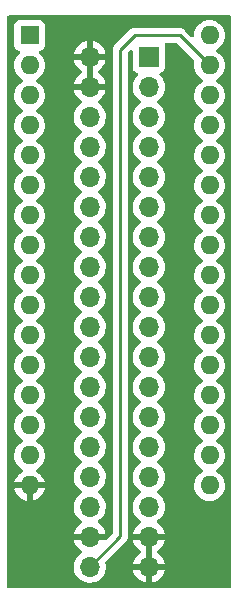
<source format=gbr>
%TF.GenerationSoftware,KiCad,Pcbnew,(6.0.7-1)-1*%
%TF.CreationDate,2023-01-25T15:48:03-08:00*%
%TF.ProjectId,QCard,51436172-642e-46b6-9963-61645f706362,rev?*%
%TF.SameCoordinates,Original*%
%TF.FileFunction,Copper,L2,Bot*%
%TF.FilePolarity,Positive*%
%FSLAX46Y46*%
G04 Gerber Fmt 4.6, Leading zero omitted, Abs format (unit mm)*
G04 Created by KiCad (PCBNEW (6.0.7-1)-1) date 2023-01-25 15:48:03*
%MOMM*%
%LPD*%
G01*
G04 APERTURE LIST*
%TA.AperFunction,ComponentPad*%
%ADD10R,1.700000X1.700000*%
%TD*%
%TA.AperFunction,ComponentPad*%
%ADD11O,1.700000X1.700000*%
%TD*%
%TA.AperFunction,ComponentPad*%
%ADD12R,1.600000X1.600000*%
%TD*%
%TA.AperFunction,ComponentPad*%
%ADD13O,1.600000X1.600000*%
%TD*%
%TA.AperFunction,ViaPad*%
%ADD14C,0.800000*%
%TD*%
%TA.AperFunction,Conductor*%
%ADD15C,0.250000*%
%TD*%
G04 APERTURE END LIST*
D10*
%TO.P,J1,1,Pin_1*%
%TO.N,/VCC*%
X96500000Y-54000000D03*
D11*
%TO.P,J1,2,Pin_2*%
%TO.N,/GND*%
X91500000Y-54000000D03*
%TO.P,J1,3,Pin_3*%
%TO.N,/A18*%
X96500000Y-56540000D03*
%TO.P,J1,4,Pin_4*%
%TO.N,/GND*%
X91500000Y-56540000D03*
%TO.P,J1,5,Pin_5*%
%TO.N,/A17*%
X96500000Y-59080000D03*
%TO.P,J1,6,Pin_6*%
%TO.N,/A16*%
X91500000Y-59080000D03*
%TO.P,J1,7,Pin_7*%
%TO.N,/A14*%
X96500000Y-61620000D03*
%TO.P,J1,8,Pin_8*%
%TO.N,/A15*%
X91500000Y-61620000D03*
%TO.P,J1,9,Pin_9*%
%TO.N,/A13*%
X96500000Y-64160000D03*
%TO.P,J1,10,Pin_10*%
%TO.N,/A12*%
X91500000Y-64160000D03*
%TO.P,J1,11,Pin_11*%
%TO.N,/A8*%
X96500000Y-66700000D03*
%TO.P,J1,12,Pin_12*%
%TO.N,/A7*%
X91500000Y-66700000D03*
%TO.P,J1,13,Pin_13*%
%TO.N,/A9*%
X96500000Y-69240000D03*
%TO.P,J1,14,Pin_14*%
%TO.N,/A6*%
X91500000Y-69240000D03*
%TO.P,J1,15,Pin_15*%
%TO.N,/A11*%
X96500000Y-71780000D03*
%TO.P,J1,16,Pin_16*%
%TO.N,/A5*%
X91500000Y-71780000D03*
%TO.P,J1,17,Pin_17*%
%TO.N,/OE*%
X96500000Y-74320000D03*
%TO.P,J1,18,Pin_18*%
%TO.N,/A4*%
X91500000Y-74320000D03*
%TO.P,J1,19,Pin_19*%
%TO.N,/A10*%
X96500000Y-76860000D03*
%TO.P,J1,20,Pin_20*%
%TO.N,/A3*%
X91500000Y-76860000D03*
%TO.P,J1,21,Pin_21*%
%TO.N,/CE*%
X96500000Y-79400000D03*
%TO.P,J1,22,Pin_22*%
%TO.N,/A2*%
X91500000Y-79400000D03*
%TO.P,J1,23,Pin_23*%
%TO.N,/D7*%
X96500000Y-81940000D03*
%TO.P,J1,24,Pin_24*%
%TO.N,/A1*%
X91500000Y-81940000D03*
%TO.P,J1,25,Pin_25*%
%TO.N,/D6*%
X96500000Y-84480000D03*
%TO.P,J1,26,Pin_26*%
%TO.N,/A0*%
X91500000Y-84480000D03*
%TO.P,J1,27,Pin_27*%
%TO.N,/D5*%
X96500000Y-87020000D03*
%TO.P,J1,28,Pin_28*%
%TO.N,/D0*%
X91500000Y-87020000D03*
%TO.P,J1,29,Pin_29*%
%TO.N,/D4*%
X96500000Y-89560000D03*
%TO.P,J1,30,Pin_30*%
%TO.N,/D1*%
X91500000Y-89560000D03*
%TO.P,J1,31,Pin_31*%
%TO.N,/D3*%
X96500000Y-92100000D03*
%TO.P,J1,32,Pin_32*%
%TO.N,/D2*%
X91500000Y-92100000D03*
%TO.P,J1,33,Pin_33*%
%TO.N,/GND*%
X96500000Y-94640000D03*
%TO.P,J1,34,Pin_34*%
X91500000Y-94640000D03*
%TO.P,J1,35,Pin_35*%
X96500000Y-97180000D03*
%TO.P,J1,36,Pin_36*%
%TO.N,/WE*%
X91500000Y-97180000D03*
%TD*%
D12*
%TO.P,J2,1,Pin_1*%
%TO.N,/A18*%
X86400000Y-52200000D03*
D13*
%TO.P,J2,2,Pin_2*%
%TO.N,/A16*%
X86400000Y-54740000D03*
%TO.P,J2,3,Pin_3*%
%TO.N,/A15*%
X86400000Y-57280000D03*
%TO.P,J2,4,Pin_4*%
%TO.N,/A12*%
X86400000Y-59820000D03*
%TO.P,J2,5,Pin_5*%
%TO.N,/A7*%
X86400000Y-62360000D03*
%TO.P,J2,6,Pin_6*%
%TO.N,/A6*%
X86400000Y-64900000D03*
%TO.P,J2,7,Pin_7*%
%TO.N,/A5*%
X86400000Y-67440000D03*
%TO.P,J2,8,Pin_8*%
%TO.N,/A4*%
X86400000Y-69980000D03*
%TO.P,J2,9,Pin_9*%
%TO.N,/A3*%
X86400000Y-72520000D03*
%TO.P,J2,10,Pin_10*%
%TO.N,/A2*%
X86400000Y-75060000D03*
%TO.P,J2,11,Pin_11*%
%TO.N,/A1*%
X86400000Y-77600000D03*
%TO.P,J2,12,Pin_12*%
%TO.N,/A0*%
X86400000Y-80140000D03*
%TO.P,J2,13,Pin_13*%
%TO.N,/D0*%
X86400000Y-82680000D03*
%TO.P,J2,14,Pin_14*%
%TO.N,/D1*%
X86400000Y-85220000D03*
%TO.P,J2,15,Pin_15*%
%TO.N,/D2*%
X86400000Y-87760000D03*
%TO.P,J2,16,Pin_16*%
%TO.N,/GND*%
X86400000Y-90300000D03*
%TO.P,J2,17,Pin_17*%
%TO.N,/D3*%
X101640000Y-90300000D03*
%TO.P,J2,18,Pin_18*%
%TO.N,/D4*%
X101640000Y-87760000D03*
%TO.P,J2,19,Pin_19*%
%TO.N,/D5*%
X101640000Y-85220000D03*
%TO.P,J2,20,Pin_20*%
%TO.N,/D6*%
X101640000Y-82680000D03*
%TO.P,J2,21,Pin_21*%
%TO.N,/D7*%
X101640000Y-80140000D03*
%TO.P,J2,22,Pin_22*%
%TO.N,/CE*%
X101640000Y-77600000D03*
%TO.P,J2,23,Pin_23*%
%TO.N,/A10*%
X101640000Y-75060000D03*
%TO.P,J2,24,Pin_24*%
%TO.N,/OE*%
X101640000Y-72520000D03*
%TO.P,J2,25,Pin_25*%
%TO.N,/A11*%
X101640000Y-69980000D03*
%TO.P,J2,26,Pin_26*%
%TO.N,/A9*%
X101640000Y-67440000D03*
%TO.P,J2,27,Pin_27*%
%TO.N,/A8*%
X101640000Y-64900000D03*
%TO.P,J2,28,Pin_28*%
%TO.N,/A13*%
X101640000Y-62360000D03*
%TO.P,J2,29,Pin_29*%
%TO.N,/A14*%
X101640000Y-59820000D03*
%TO.P,J2,30,Pin_30*%
%TO.N,/A17*%
X101640000Y-57280000D03*
%TO.P,J2,31,Pin_31*%
%TO.N,/WE*%
X101640000Y-54740000D03*
%TO.P,J2,32,Pin_32*%
%TO.N,/VCC*%
X101640000Y-52200000D03*
%TD*%
D14*
%TO.N,/GND*%
X89000000Y-54400000D03*
%TD*%
D15*
%TO.N,/WE*%
X99100000Y-52200000D02*
X101640000Y-54740000D01*
X95300000Y-52200000D02*
X99100000Y-52200000D01*
X94100000Y-94580000D02*
X94100000Y-53400000D01*
X91500000Y-97180000D02*
X94100000Y-94580000D01*
X94100000Y-53400000D02*
X95300000Y-52200000D01*
%TD*%
%TA.AperFunction,Conductor*%
%TO.N,/GND*%
G36*
X103433621Y-50528502D02*
G01*
X103480114Y-50582158D01*
X103491500Y-50634500D01*
X103491500Y-98865500D01*
X103471498Y-98933621D01*
X103417842Y-98980114D01*
X103365500Y-98991500D01*
X84634500Y-98991500D01*
X84566379Y-98971498D01*
X84519886Y-98917842D01*
X84508500Y-98865500D01*
X84508500Y-97146695D01*
X90137251Y-97146695D01*
X90137548Y-97151848D01*
X90137548Y-97151851D01*
X90143011Y-97246590D01*
X90150110Y-97369715D01*
X90151247Y-97374761D01*
X90151248Y-97374767D01*
X90165449Y-97437778D01*
X90199222Y-97587639D01*
X90283266Y-97794616D01*
X90399987Y-97985088D01*
X90546250Y-98153938D01*
X90718126Y-98296632D01*
X90911000Y-98409338D01*
X91119692Y-98489030D01*
X91124760Y-98490061D01*
X91124763Y-98490062D01*
X91219862Y-98509410D01*
X91338597Y-98533567D01*
X91343772Y-98533757D01*
X91343774Y-98533757D01*
X91556673Y-98541564D01*
X91556677Y-98541564D01*
X91561837Y-98541753D01*
X91566957Y-98541097D01*
X91566959Y-98541097D01*
X91778288Y-98514025D01*
X91778289Y-98514025D01*
X91783416Y-98513368D01*
X91788366Y-98511883D01*
X91992429Y-98450661D01*
X91992434Y-98450659D01*
X91997384Y-98449174D01*
X92197994Y-98350896D01*
X92379860Y-98221173D01*
X92538096Y-98063489D01*
X92597594Y-97980689D01*
X92665435Y-97886277D01*
X92668453Y-97882077D01*
X92767430Y-97681811D01*
X92832370Y-97468069D01*
X92835017Y-97447966D01*
X95168257Y-97447966D01*
X95198565Y-97582446D01*
X95201645Y-97592275D01*
X95281770Y-97789603D01*
X95286413Y-97798794D01*
X95397694Y-97980388D01*
X95403777Y-97988699D01*
X95543213Y-98149667D01*
X95550580Y-98156883D01*
X95714434Y-98292916D01*
X95722881Y-98298831D01*
X95906756Y-98406279D01*
X95916042Y-98410729D01*
X96115001Y-98486703D01*
X96124899Y-98489579D01*
X96228250Y-98510606D01*
X96242299Y-98509410D01*
X96246000Y-98499065D01*
X96246000Y-98498517D01*
X96754000Y-98498517D01*
X96758064Y-98512359D01*
X96771478Y-98514393D01*
X96778184Y-98513534D01*
X96788262Y-98511392D01*
X96992255Y-98450191D01*
X97001842Y-98446433D01*
X97193095Y-98352739D01*
X97201945Y-98347464D01*
X97375328Y-98223792D01*
X97383200Y-98217139D01*
X97534052Y-98066812D01*
X97540730Y-98058965D01*
X97665003Y-97886020D01*
X97670313Y-97877183D01*
X97764670Y-97686267D01*
X97768469Y-97676672D01*
X97830377Y-97472910D01*
X97832555Y-97462837D01*
X97833986Y-97451962D01*
X97831775Y-97437778D01*
X97818617Y-97434000D01*
X96772115Y-97434000D01*
X96756876Y-97438475D01*
X96755671Y-97439865D01*
X96754000Y-97447548D01*
X96754000Y-98498517D01*
X96246000Y-98498517D01*
X96246000Y-97452115D01*
X96241525Y-97436876D01*
X96240135Y-97435671D01*
X96232452Y-97434000D01*
X95183225Y-97434000D01*
X95169694Y-97437973D01*
X95168257Y-97447966D01*
X92835017Y-97447966D01*
X92861529Y-97246590D01*
X92863156Y-97180000D01*
X92844852Y-96957361D01*
X92834006Y-96914183D01*
X95164389Y-96914183D01*
X95165912Y-96922607D01*
X95178292Y-96926000D01*
X96227885Y-96926000D01*
X96243124Y-96921525D01*
X96244329Y-96920135D01*
X96246000Y-96912452D01*
X96246000Y-96907885D01*
X96754000Y-96907885D01*
X96758475Y-96923124D01*
X96759865Y-96924329D01*
X96767548Y-96926000D01*
X97818344Y-96926000D01*
X97831875Y-96922027D01*
X97833180Y-96912947D01*
X97791214Y-96745875D01*
X97787894Y-96736124D01*
X97702972Y-96540814D01*
X97698105Y-96531739D01*
X97582426Y-96352926D01*
X97576136Y-96344757D01*
X97432806Y-96187240D01*
X97425273Y-96180215D01*
X97258139Y-96048222D01*
X97249552Y-96042517D01*
X97212116Y-96021851D01*
X97162146Y-95971419D01*
X97147374Y-95901976D01*
X97172490Y-95835571D01*
X97199842Y-95808964D01*
X97375327Y-95683792D01*
X97383200Y-95677139D01*
X97534052Y-95526812D01*
X97540730Y-95518965D01*
X97665003Y-95346020D01*
X97670313Y-95337183D01*
X97764670Y-95146267D01*
X97768469Y-95136672D01*
X97830377Y-94932910D01*
X97832555Y-94922837D01*
X97833986Y-94911962D01*
X97831775Y-94897778D01*
X97818617Y-94894000D01*
X96772115Y-94894000D01*
X96756876Y-94898475D01*
X96755671Y-94899865D01*
X96754000Y-94907548D01*
X96754000Y-96907885D01*
X96246000Y-96907885D01*
X96246000Y-94912115D01*
X96241525Y-94896876D01*
X96240135Y-94895671D01*
X96232452Y-94894000D01*
X95183225Y-94894000D01*
X95169694Y-94897973D01*
X95168257Y-94907966D01*
X95198565Y-95042446D01*
X95201645Y-95052275D01*
X95281770Y-95249603D01*
X95286413Y-95258794D01*
X95397694Y-95440388D01*
X95403777Y-95448699D01*
X95543213Y-95609667D01*
X95550580Y-95616883D01*
X95714434Y-95752916D01*
X95722881Y-95758831D01*
X95792479Y-95799501D01*
X95841203Y-95851140D01*
X95854274Y-95920923D01*
X95827543Y-95986694D01*
X95787087Y-96020053D01*
X95778462Y-96024542D01*
X95769738Y-96030036D01*
X95599433Y-96157905D01*
X95591726Y-96164748D01*
X95444590Y-96318717D01*
X95438104Y-96326727D01*
X95318098Y-96502649D01*
X95313000Y-96511623D01*
X95223338Y-96704783D01*
X95219775Y-96714470D01*
X95164389Y-96914183D01*
X92834006Y-96914183D01*
X92816821Y-96845765D01*
X92819625Y-96774823D01*
X92849930Y-96725974D01*
X94492247Y-95083657D01*
X94500537Y-95076113D01*
X94507018Y-95072000D01*
X94553659Y-95022332D01*
X94556413Y-95019491D01*
X94576134Y-94999770D01*
X94578612Y-94996575D01*
X94586318Y-94987553D01*
X94611158Y-94961101D01*
X94616586Y-94955321D01*
X94626346Y-94937568D01*
X94637199Y-94921045D01*
X94644753Y-94911306D01*
X94649613Y-94905041D01*
X94667176Y-94864457D01*
X94672383Y-94853827D01*
X94693695Y-94815060D01*
X94695666Y-94807383D01*
X94695668Y-94807378D01*
X94698732Y-94795442D01*
X94705138Y-94776730D01*
X94710033Y-94765419D01*
X94713181Y-94758145D01*
X94714421Y-94750317D01*
X94714423Y-94750310D01*
X94720099Y-94714476D01*
X94722505Y-94702856D01*
X94731528Y-94667711D01*
X94731528Y-94667710D01*
X94733500Y-94660030D01*
X94733500Y-94639776D01*
X94735051Y-94620065D01*
X94736980Y-94607886D01*
X94738220Y-94600057D01*
X94734059Y-94556038D01*
X94733500Y-94544181D01*
X94733500Y-53714594D01*
X94753502Y-53646473D01*
X94770405Y-53625499D01*
X94926405Y-53469499D01*
X94988717Y-53435473D01*
X95059532Y-53440538D01*
X95116368Y-53483085D01*
X95141179Y-53549605D01*
X95141500Y-53558594D01*
X95141500Y-54898134D01*
X95148255Y-54960316D01*
X95199385Y-55096705D01*
X95286739Y-55213261D01*
X95403295Y-55300615D01*
X95411704Y-55303767D01*
X95411705Y-55303768D01*
X95520451Y-55344535D01*
X95577216Y-55387176D01*
X95601916Y-55453738D01*
X95586709Y-55523087D01*
X95567316Y-55549568D01*
X95440629Y-55682138D01*
X95437715Y-55686410D01*
X95437714Y-55686411D01*
X95425409Y-55704450D01*
X95314743Y-55866680D01*
X95299003Y-55900590D01*
X95231638Y-56045716D01*
X95220688Y-56069305D01*
X95160989Y-56284570D01*
X95137251Y-56506695D01*
X95137548Y-56511848D01*
X95137548Y-56511851D01*
X95143971Y-56623251D01*
X95150110Y-56729715D01*
X95151247Y-56734761D01*
X95151248Y-56734767D01*
X95164597Y-56794000D01*
X95199222Y-56947639D01*
X95283266Y-57154616D01*
X95399987Y-57345088D01*
X95546250Y-57513938D01*
X95718126Y-57656632D01*
X95788595Y-57697811D01*
X95791445Y-57699476D01*
X95840169Y-57751114D01*
X95853240Y-57820897D01*
X95826509Y-57886669D01*
X95786055Y-57920027D01*
X95773607Y-57926507D01*
X95769474Y-57929610D01*
X95769471Y-57929612D01*
X95745247Y-57947800D01*
X95594965Y-58060635D01*
X95440629Y-58222138D01*
X95314743Y-58406680D01*
X95299003Y-58440590D01*
X95231638Y-58585716D01*
X95220688Y-58609305D01*
X95160989Y-58824570D01*
X95137251Y-59046695D01*
X95137548Y-59051848D01*
X95137548Y-59051851D01*
X95143971Y-59163251D01*
X95150110Y-59269715D01*
X95151247Y-59274761D01*
X95151248Y-59274767D01*
X95171119Y-59362939D01*
X95199222Y-59487639D01*
X95283266Y-59694616D01*
X95399987Y-59885088D01*
X95546250Y-60053938D01*
X95718126Y-60196632D01*
X95788595Y-60237811D01*
X95791445Y-60239476D01*
X95840169Y-60291114D01*
X95853240Y-60360897D01*
X95826509Y-60426669D01*
X95786055Y-60460027D01*
X95773607Y-60466507D01*
X95769474Y-60469610D01*
X95769471Y-60469612D01*
X95745247Y-60487800D01*
X95594965Y-60600635D01*
X95440629Y-60762138D01*
X95314743Y-60946680D01*
X95299003Y-60980590D01*
X95231638Y-61125716D01*
X95220688Y-61149305D01*
X95160989Y-61364570D01*
X95137251Y-61586695D01*
X95137548Y-61591848D01*
X95137548Y-61591851D01*
X95143971Y-61703251D01*
X95150110Y-61809715D01*
X95151247Y-61814761D01*
X95151248Y-61814767D01*
X95171119Y-61902939D01*
X95199222Y-62027639D01*
X95283266Y-62234616D01*
X95399987Y-62425088D01*
X95546250Y-62593938D01*
X95718126Y-62736632D01*
X95788595Y-62777811D01*
X95791445Y-62779476D01*
X95840169Y-62831114D01*
X95853240Y-62900897D01*
X95826509Y-62966669D01*
X95786055Y-63000027D01*
X95773607Y-63006507D01*
X95769474Y-63009610D01*
X95769471Y-63009612D01*
X95745247Y-63027800D01*
X95594965Y-63140635D01*
X95440629Y-63302138D01*
X95314743Y-63486680D01*
X95299003Y-63520590D01*
X95231638Y-63665716D01*
X95220688Y-63689305D01*
X95160989Y-63904570D01*
X95137251Y-64126695D01*
X95137548Y-64131848D01*
X95137548Y-64131851D01*
X95143971Y-64243251D01*
X95150110Y-64349715D01*
X95151247Y-64354761D01*
X95151248Y-64354767D01*
X95171119Y-64442939D01*
X95199222Y-64567639D01*
X95283266Y-64774616D01*
X95399987Y-64965088D01*
X95546250Y-65133938D01*
X95718126Y-65276632D01*
X95788595Y-65317811D01*
X95791445Y-65319476D01*
X95840169Y-65371114D01*
X95853240Y-65440897D01*
X95826509Y-65506669D01*
X95786055Y-65540027D01*
X95773607Y-65546507D01*
X95769474Y-65549610D01*
X95769471Y-65549612D01*
X95745247Y-65567800D01*
X95594965Y-65680635D01*
X95440629Y-65842138D01*
X95314743Y-66026680D01*
X95299003Y-66060590D01*
X95231638Y-66205716D01*
X95220688Y-66229305D01*
X95160989Y-66444570D01*
X95137251Y-66666695D01*
X95137548Y-66671848D01*
X95137548Y-66671851D01*
X95143971Y-66783251D01*
X95150110Y-66889715D01*
X95151247Y-66894761D01*
X95151248Y-66894767D01*
X95171119Y-66982939D01*
X95199222Y-67107639D01*
X95283266Y-67314616D01*
X95399987Y-67505088D01*
X95546250Y-67673938D01*
X95718126Y-67816632D01*
X95788595Y-67857811D01*
X95791445Y-67859476D01*
X95840169Y-67911114D01*
X95853240Y-67980897D01*
X95826509Y-68046669D01*
X95786055Y-68080027D01*
X95773607Y-68086507D01*
X95769474Y-68089610D01*
X95769471Y-68089612D01*
X95745247Y-68107800D01*
X95594965Y-68220635D01*
X95440629Y-68382138D01*
X95314743Y-68566680D01*
X95299003Y-68600590D01*
X95231638Y-68745716D01*
X95220688Y-68769305D01*
X95160989Y-68984570D01*
X95137251Y-69206695D01*
X95137548Y-69211848D01*
X95137548Y-69211851D01*
X95143971Y-69323251D01*
X95150110Y-69429715D01*
X95151247Y-69434761D01*
X95151248Y-69434767D01*
X95171119Y-69522939D01*
X95199222Y-69647639D01*
X95283266Y-69854616D01*
X95399987Y-70045088D01*
X95546250Y-70213938D01*
X95718126Y-70356632D01*
X95788595Y-70397811D01*
X95791445Y-70399476D01*
X95840169Y-70451114D01*
X95853240Y-70520897D01*
X95826509Y-70586669D01*
X95786055Y-70620027D01*
X95773607Y-70626507D01*
X95769474Y-70629610D01*
X95769471Y-70629612D01*
X95745247Y-70647800D01*
X95594965Y-70760635D01*
X95440629Y-70922138D01*
X95314743Y-71106680D01*
X95299003Y-71140590D01*
X95231638Y-71285716D01*
X95220688Y-71309305D01*
X95160989Y-71524570D01*
X95137251Y-71746695D01*
X95137548Y-71751848D01*
X95137548Y-71751851D01*
X95143971Y-71863251D01*
X95150110Y-71969715D01*
X95151247Y-71974761D01*
X95151248Y-71974767D01*
X95171119Y-72062939D01*
X95199222Y-72187639D01*
X95283266Y-72394616D01*
X95399987Y-72585088D01*
X95546250Y-72753938D01*
X95718126Y-72896632D01*
X95788595Y-72937811D01*
X95791445Y-72939476D01*
X95840169Y-72991114D01*
X95853240Y-73060897D01*
X95826509Y-73126669D01*
X95786055Y-73160027D01*
X95773607Y-73166507D01*
X95769474Y-73169610D01*
X95769471Y-73169612D01*
X95745247Y-73187800D01*
X95594965Y-73300635D01*
X95440629Y-73462138D01*
X95314743Y-73646680D01*
X95299003Y-73680590D01*
X95231638Y-73825716D01*
X95220688Y-73849305D01*
X95160989Y-74064570D01*
X95137251Y-74286695D01*
X95137548Y-74291848D01*
X95137548Y-74291851D01*
X95143971Y-74403251D01*
X95150110Y-74509715D01*
X95151247Y-74514761D01*
X95151248Y-74514767D01*
X95171119Y-74602939D01*
X95199222Y-74727639D01*
X95283266Y-74934616D01*
X95399987Y-75125088D01*
X95546250Y-75293938D01*
X95718126Y-75436632D01*
X95788595Y-75477811D01*
X95791445Y-75479476D01*
X95840169Y-75531114D01*
X95853240Y-75600897D01*
X95826509Y-75666669D01*
X95786055Y-75700027D01*
X95773607Y-75706507D01*
X95769474Y-75709610D01*
X95769471Y-75709612D01*
X95745247Y-75727800D01*
X95594965Y-75840635D01*
X95440629Y-76002138D01*
X95314743Y-76186680D01*
X95299003Y-76220590D01*
X95231638Y-76365716D01*
X95220688Y-76389305D01*
X95160989Y-76604570D01*
X95137251Y-76826695D01*
X95137548Y-76831848D01*
X95137548Y-76831851D01*
X95143971Y-76943251D01*
X95150110Y-77049715D01*
X95151247Y-77054761D01*
X95151248Y-77054767D01*
X95171119Y-77142939D01*
X95199222Y-77267639D01*
X95283266Y-77474616D01*
X95399987Y-77665088D01*
X95546250Y-77833938D01*
X95718126Y-77976632D01*
X95788595Y-78017811D01*
X95791445Y-78019476D01*
X95840169Y-78071114D01*
X95853240Y-78140897D01*
X95826509Y-78206669D01*
X95786055Y-78240027D01*
X95773607Y-78246507D01*
X95769474Y-78249610D01*
X95769471Y-78249612D01*
X95745247Y-78267800D01*
X95594965Y-78380635D01*
X95440629Y-78542138D01*
X95314743Y-78726680D01*
X95299003Y-78760590D01*
X95231638Y-78905716D01*
X95220688Y-78929305D01*
X95160989Y-79144570D01*
X95137251Y-79366695D01*
X95137548Y-79371848D01*
X95137548Y-79371851D01*
X95143971Y-79483251D01*
X95150110Y-79589715D01*
X95151247Y-79594761D01*
X95151248Y-79594767D01*
X95171119Y-79682939D01*
X95199222Y-79807639D01*
X95283266Y-80014616D01*
X95399987Y-80205088D01*
X95546250Y-80373938D01*
X95718126Y-80516632D01*
X95788595Y-80557811D01*
X95791445Y-80559476D01*
X95840169Y-80611114D01*
X95853240Y-80680897D01*
X95826509Y-80746669D01*
X95786055Y-80780027D01*
X95773607Y-80786507D01*
X95769474Y-80789610D01*
X95769471Y-80789612D01*
X95745247Y-80807800D01*
X95594965Y-80920635D01*
X95440629Y-81082138D01*
X95314743Y-81266680D01*
X95299003Y-81300590D01*
X95231638Y-81445716D01*
X95220688Y-81469305D01*
X95160989Y-81684570D01*
X95137251Y-81906695D01*
X95137548Y-81911848D01*
X95137548Y-81911851D01*
X95143971Y-82023251D01*
X95150110Y-82129715D01*
X95151247Y-82134761D01*
X95151248Y-82134767D01*
X95171119Y-82222939D01*
X95199222Y-82347639D01*
X95283266Y-82554616D01*
X95399987Y-82745088D01*
X95546250Y-82913938D01*
X95718126Y-83056632D01*
X95788595Y-83097811D01*
X95791445Y-83099476D01*
X95840169Y-83151114D01*
X95853240Y-83220897D01*
X95826509Y-83286669D01*
X95786055Y-83320027D01*
X95773607Y-83326507D01*
X95769474Y-83329610D01*
X95769471Y-83329612D01*
X95745247Y-83347800D01*
X95594965Y-83460635D01*
X95440629Y-83622138D01*
X95314743Y-83806680D01*
X95299003Y-83840590D01*
X95231638Y-83985716D01*
X95220688Y-84009305D01*
X95160989Y-84224570D01*
X95137251Y-84446695D01*
X95137548Y-84451848D01*
X95137548Y-84451851D01*
X95143971Y-84563251D01*
X95150110Y-84669715D01*
X95151247Y-84674761D01*
X95151248Y-84674767D01*
X95171119Y-84762939D01*
X95199222Y-84887639D01*
X95283266Y-85094616D01*
X95399987Y-85285088D01*
X95546250Y-85453938D01*
X95718126Y-85596632D01*
X95788595Y-85637811D01*
X95791445Y-85639476D01*
X95840169Y-85691114D01*
X95853240Y-85760897D01*
X95826509Y-85826669D01*
X95786055Y-85860027D01*
X95773607Y-85866507D01*
X95769474Y-85869610D01*
X95769471Y-85869612D01*
X95745247Y-85887800D01*
X95594965Y-86000635D01*
X95440629Y-86162138D01*
X95314743Y-86346680D01*
X95299003Y-86380590D01*
X95231638Y-86525716D01*
X95220688Y-86549305D01*
X95160989Y-86764570D01*
X95137251Y-86986695D01*
X95137548Y-86991848D01*
X95137548Y-86991851D01*
X95143971Y-87103251D01*
X95150110Y-87209715D01*
X95151247Y-87214761D01*
X95151248Y-87214767D01*
X95171119Y-87302939D01*
X95199222Y-87427639D01*
X95283266Y-87634616D01*
X95399987Y-87825088D01*
X95546250Y-87993938D01*
X95718126Y-88136632D01*
X95788595Y-88177811D01*
X95791445Y-88179476D01*
X95840169Y-88231114D01*
X95853240Y-88300897D01*
X95826509Y-88366669D01*
X95786055Y-88400027D01*
X95773607Y-88406507D01*
X95769474Y-88409610D01*
X95769471Y-88409612D01*
X95745247Y-88427800D01*
X95594965Y-88540635D01*
X95440629Y-88702138D01*
X95314743Y-88886680D01*
X95301096Y-88916081D01*
X95231638Y-89065716D01*
X95220688Y-89089305D01*
X95160989Y-89304570D01*
X95137251Y-89526695D01*
X95137548Y-89531848D01*
X95137548Y-89531851D01*
X95143726Y-89638993D01*
X95150110Y-89749715D01*
X95151247Y-89754761D01*
X95151248Y-89754767D01*
X95171119Y-89842939D01*
X95199222Y-89967639D01*
X95283266Y-90174616D01*
X95399987Y-90365088D01*
X95546250Y-90533938D01*
X95718126Y-90676632D01*
X95788595Y-90717811D01*
X95791445Y-90719476D01*
X95840169Y-90771114D01*
X95853240Y-90840897D01*
X95826509Y-90906669D01*
X95786055Y-90940027D01*
X95773607Y-90946507D01*
X95769474Y-90949610D01*
X95769471Y-90949612D01*
X95745247Y-90967800D01*
X95594965Y-91080635D01*
X95440629Y-91242138D01*
X95314743Y-91426680D01*
X95299003Y-91460590D01*
X95228248Y-91613019D01*
X95220688Y-91629305D01*
X95160989Y-91844570D01*
X95137251Y-92066695D01*
X95137548Y-92071848D01*
X95137548Y-92071851D01*
X95143011Y-92166590D01*
X95150110Y-92289715D01*
X95151247Y-92294761D01*
X95151248Y-92294767D01*
X95171119Y-92382939D01*
X95199222Y-92507639D01*
X95283266Y-92714616D01*
X95399987Y-92905088D01*
X95546250Y-93073938D01*
X95718126Y-93216632D01*
X95791955Y-93259774D01*
X95840679Y-93311412D01*
X95853750Y-93381195D01*
X95827019Y-93446967D01*
X95786562Y-93480327D01*
X95778457Y-93484546D01*
X95769738Y-93490036D01*
X95599433Y-93617905D01*
X95591726Y-93624748D01*
X95444590Y-93778717D01*
X95438104Y-93786727D01*
X95318098Y-93962649D01*
X95313000Y-93971623D01*
X95223338Y-94164783D01*
X95219775Y-94174470D01*
X95164389Y-94374183D01*
X95165912Y-94382607D01*
X95178292Y-94386000D01*
X97818344Y-94386000D01*
X97831875Y-94382027D01*
X97833180Y-94372947D01*
X97791214Y-94205875D01*
X97787894Y-94196124D01*
X97702972Y-94000814D01*
X97698105Y-93991739D01*
X97582426Y-93812926D01*
X97576136Y-93804757D01*
X97432806Y-93647240D01*
X97425273Y-93640215D01*
X97258139Y-93508222D01*
X97249556Y-93502520D01*
X97212602Y-93482120D01*
X97162631Y-93431687D01*
X97147859Y-93362245D01*
X97172975Y-93295839D01*
X97200327Y-93269232D01*
X97223797Y-93252491D01*
X97379860Y-93141173D01*
X97538096Y-92983489D01*
X97597594Y-92900689D01*
X97665435Y-92806277D01*
X97668453Y-92802077D01*
X97767430Y-92601811D01*
X97832370Y-92388069D01*
X97861529Y-92166590D01*
X97863156Y-92100000D01*
X97844852Y-91877361D01*
X97790431Y-91660702D01*
X97701354Y-91455840D01*
X97580014Y-91268277D01*
X97429670Y-91103051D01*
X97425619Y-91099852D01*
X97425615Y-91099848D01*
X97258414Y-90967800D01*
X97258410Y-90967798D01*
X97254359Y-90964598D01*
X97213053Y-90941796D01*
X97163084Y-90891364D01*
X97148312Y-90821921D01*
X97173428Y-90755516D01*
X97200780Y-90728909D01*
X97244603Y-90697650D01*
X97379860Y-90601173D01*
X97422708Y-90558475D01*
X97534435Y-90447137D01*
X97538096Y-90443489D01*
X97597594Y-90360689D01*
X97665435Y-90266277D01*
X97668453Y-90262077D01*
X97762438Y-90071913D01*
X97765136Y-90066453D01*
X97765137Y-90066451D01*
X97767430Y-90061811D01*
X97832370Y-89848069D01*
X97861529Y-89626590D01*
X97863156Y-89560000D01*
X97844852Y-89337361D01*
X97790431Y-89120702D01*
X97701354Y-88915840D01*
X97580014Y-88728277D01*
X97429670Y-88563051D01*
X97425619Y-88559852D01*
X97425615Y-88559848D01*
X97258414Y-88427800D01*
X97258410Y-88427798D01*
X97254359Y-88424598D01*
X97213053Y-88401796D01*
X97163084Y-88351364D01*
X97148312Y-88281921D01*
X97173428Y-88215516D01*
X97200780Y-88188909D01*
X97244603Y-88157650D01*
X97379860Y-88061173D01*
X97538096Y-87903489D01*
X97597594Y-87820689D01*
X97665435Y-87726277D01*
X97668453Y-87722077D01*
X97762438Y-87531913D01*
X97765136Y-87526453D01*
X97765137Y-87526451D01*
X97767430Y-87521811D01*
X97832370Y-87308069D01*
X97861529Y-87086590D01*
X97863156Y-87020000D01*
X97844852Y-86797361D01*
X97790431Y-86580702D01*
X97701354Y-86375840D01*
X97580014Y-86188277D01*
X97429670Y-86023051D01*
X97425619Y-86019852D01*
X97425615Y-86019848D01*
X97258414Y-85887800D01*
X97258410Y-85887798D01*
X97254359Y-85884598D01*
X97213053Y-85861796D01*
X97163084Y-85811364D01*
X97148312Y-85741921D01*
X97173428Y-85675516D01*
X97200780Y-85648909D01*
X97244603Y-85617650D01*
X97379860Y-85521173D01*
X97538096Y-85363489D01*
X97597594Y-85280689D01*
X97665435Y-85186277D01*
X97668453Y-85182077D01*
X97762438Y-84991913D01*
X97765136Y-84986453D01*
X97765137Y-84986451D01*
X97767430Y-84981811D01*
X97832370Y-84768069D01*
X97861529Y-84546590D01*
X97863156Y-84480000D01*
X97844852Y-84257361D01*
X97790431Y-84040702D01*
X97701354Y-83835840D01*
X97580014Y-83648277D01*
X97429670Y-83483051D01*
X97425619Y-83479852D01*
X97425615Y-83479848D01*
X97258414Y-83347800D01*
X97258410Y-83347798D01*
X97254359Y-83344598D01*
X97213053Y-83321796D01*
X97163084Y-83271364D01*
X97148312Y-83201921D01*
X97173428Y-83135516D01*
X97200780Y-83108909D01*
X97244603Y-83077650D01*
X97379860Y-82981173D01*
X97538096Y-82823489D01*
X97597594Y-82740689D01*
X97665435Y-82646277D01*
X97668453Y-82642077D01*
X97762438Y-82451913D01*
X97765136Y-82446453D01*
X97765137Y-82446451D01*
X97767430Y-82441811D01*
X97832370Y-82228069D01*
X97861529Y-82006590D01*
X97863156Y-81940000D01*
X97844852Y-81717361D01*
X97790431Y-81500702D01*
X97701354Y-81295840D01*
X97580014Y-81108277D01*
X97429670Y-80943051D01*
X97425619Y-80939852D01*
X97425615Y-80939848D01*
X97258414Y-80807800D01*
X97258410Y-80807798D01*
X97254359Y-80804598D01*
X97213053Y-80781796D01*
X97163084Y-80731364D01*
X97148312Y-80661921D01*
X97173428Y-80595516D01*
X97200780Y-80568909D01*
X97244603Y-80537650D01*
X97379860Y-80441173D01*
X97538096Y-80283489D01*
X97597594Y-80200689D01*
X97665435Y-80106277D01*
X97668453Y-80102077D01*
X97762438Y-79911913D01*
X97765136Y-79906453D01*
X97765137Y-79906451D01*
X97767430Y-79901811D01*
X97832370Y-79688069D01*
X97861529Y-79466590D01*
X97863156Y-79400000D01*
X97844852Y-79177361D01*
X97790431Y-78960702D01*
X97701354Y-78755840D01*
X97580014Y-78568277D01*
X97429670Y-78403051D01*
X97425619Y-78399852D01*
X97425615Y-78399848D01*
X97258414Y-78267800D01*
X97258410Y-78267798D01*
X97254359Y-78264598D01*
X97213053Y-78241796D01*
X97163084Y-78191364D01*
X97148312Y-78121921D01*
X97173428Y-78055516D01*
X97200780Y-78028909D01*
X97244603Y-77997650D01*
X97379860Y-77901173D01*
X97538096Y-77743489D01*
X97597594Y-77660689D01*
X97665435Y-77566277D01*
X97668453Y-77562077D01*
X97762438Y-77371913D01*
X97765136Y-77366453D01*
X97765137Y-77366451D01*
X97767430Y-77361811D01*
X97832370Y-77148069D01*
X97861529Y-76926590D01*
X97863156Y-76860000D01*
X97844852Y-76637361D01*
X97790431Y-76420702D01*
X97701354Y-76215840D01*
X97580014Y-76028277D01*
X97429670Y-75863051D01*
X97425619Y-75859852D01*
X97425615Y-75859848D01*
X97258414Y-75727800D01*
X97258410Y-75727798D01*
X97254359Y-75724598D01*
X97213053Y-75701796D01*
X97163084Y-75651364D01*
X97148312Y-75581921D01*
X97173428Y-75515516D01*
X97200780Y-75488909D01*
X97244603Y-75457650D01*
X97379860Y-75361173D01*
X97538096Y-75203489D01*
X97597594Y-75120689D01*
X97665435Y-75026277D01*
X97668453Y-75022077D01*
X97762438Y-74831913D01*
X97765136Y-74826453D01*
X97765137Y-74826451D01*
X97767430Y-74821811D01*
X97832370Y-74608069D01*
X97861529Y-74386590D01*
X97863156Y-74320000D01*
X97844852Y-74097361D01*
X97790431Y-73880702D01*
X97701354Y-73675840D01*
X97580014Y-73488277D01*
X97429670Y-73323051D01*
X97425619Y-73319852D01*
X97425615Y-73319848D01*
X97258414Y-73187800D01*
X97258410Y-73187798D01*
X97254359Y-73184598D01*
X97213053Y-73161796D01*
X97163084Y-73111364D01*
X97148312Y-73041921D01*
X97173428Y-72975516D01*
X97200780Y-72948909D01*
X97244603Y-72917650D01*
X97379860Y-72821173D01*
X97538096Y-72663489D01*
X97597594Y-72580689D01*
X97665435Y-72486277D01*
X97668453Y-72482077D01*
X97762438Y-72291913D01*
X97765136Y-72286453D01*
X97765137Y-72286451D01*
X97767430Y-72281811D01*
X97832370Y-72068069D01*
X97861529Y-71846590D01*
X97863156Y-71780000D01*
X97844852Y-71557361D01*
X97790431Y-71340702D01*
X97701354Y-71135840D01*
X97580014Y-70948277D01*
X97429670Y-70783051D01*
X97425619Y-70779852D01*
X97425615Y-70779848D01*
X97258414Y-70647800D01*
X97258410Y-70647798D01*
X97254359Y-70644598D01*
X97213053Y-70621796D01*
X97163084Y-70571364D01*
X97148312Y-70501921D01*
X97173428Y-70435516D01*
X97200780Y-70408909D01*
X97244603Y-70377650D01*
X97379860Y-70281173D01*
X97538096Y-70123489D01*
X97597594Y-70040689D01*
X97665435Y-69946277D01*
X97668453Y-69942077D01*
X97762438Y-69751913D01*
X97765136Y-69746453D01*
X97765137Y-69746451D01*
X97767430Y-69741811D01*
X97832370Y-69528069D01*
X97861529Y-69306590D01*
X97863156Y-69240000D01*
X97844852Y-69017361D01*
X97790431Y-68800702D01*
X97701354Y-68595840D01*
X97580014Y-68408277D01*
X97429670Y-68243051D01*
X97425619Y-68239852D01*
X97425615Y-68239848D01*
X97258414Y-68107800D01*
X97258410Y-68107798D01*
X97254359Y-68104598D01*
X97213053Y-68081796D01*
X97163084Y-68031364D01*
X97148312Y-67961921D01*
X97173428Y-67895516D01*
X97200780Y-67868909D01*
X97244603Y-67837650D01*
X97379860Y-67741173D01*
X97538096Y-67583489D01*
X97597594Y-67500689D01*
X97665435Y-67406277D01*
X97668453Y-67402077D01*
X97762438Y-67211913D01*
X97765136Y-67206453D01*
X97765137Y-67206451D01*
X97767430Y-67201811D01*
X97832370Y-66988069D01*
X97861529Y-66766590D01*
X97863156Y-66700000D01*
X97844852Y-66477361D01*
X97790431Y-66260702D01*
X97701354Y-66055840D01*
X97580014Y-65868277D01*
X97429670Y-65703051D01*
X97425619Y-65699852D01*
X97425615Y-65699848D01*
X97258414Y-65567800D01*
X97258410Y-65567798D01*
X97254359Y-65564598D01*
X97213053Y-65541796D01*
X97163084Y-65491364D01*
X97148312Y-65421921D01*
X97173428Y-65355516D01*
X97200780Y-65328909D01*
X97244603Y-65297650D01*
X97379860Y-65201173D01*
X97538096Y-65043489D01*
X97597594Y-64960689D01*
X97665435Y-64866277D01*
X97668453Y-64862077D01*
X97762438Y-64671913D01*
X97765136Y-64666453D01*
X97765137Y-64666451D01*
X97767430Y-64661811D01*
X97832370Y-64448069D01*
X97861529Y-64226590D01*
X97863156Y-64160000D01*
X97844852Y-63937361D01*
X97790431Y-63720702D01*
X97701354Y-63515840D01*
X97580014Y-63328277D01*
X97429670Y-63163051D01*
X97425619Y-63159852D01*
X97425615Y-63159848D01*
X97258414Y-63027800D01*
X97258410Y-63027798D01*
X97254359Y-63024598D01*
X97213053Y-63001796D01*
X97163084Y-62951364D01*
X97148312Y-62881921D01*
X97173428Y-62815516D01*
X97200780Y-62788909D01*
X97244603Y-62757650D01*
X97379860Y-62661173D01*
X97538096Y-62503489D01*
X97597594Y-62420689D01*
X97665435Y-62326277D01*
X97668453Y-62322077D01*
X97762438Y-62131913D01*
X97765136Y-62126453D01*
X97765137Y-62126451D01*
X97767430Y-62121811D01*
X97832370Y-61908069D01*
X97861529Y-61686590D01*
X97863156Y-61620000D01*
X97844852Y-61397361D01*
X97790431Y-61180702D01*
X97701354Y-60975840D01*
X97580014Y-60788277D01*
X97429670Y-60623051D01*
X97425619Y-60619852D01*
X97425615Y-60619848D01*
X97258414Y-60487800D01*
X97258410Y-60487798D01*
X97254359Y-60484598D01*
X97213053Y-60461796D01*
X97163084Y-60411364D01*
X97148312Y-60341921D01*
X97173428Y-60275516D01*
X97200780Y-60248909D01*
X97244603Y-60217650D01*
X97379860Y-60121173D01*
X97538096Y-59963489D01*
X97597594Y-59880689D01*
X97665435Y-59786277D01*
X97668453Y-59782077D01*
X97762438Y-59591913D01*
X97765136Y-59586453D01*
X97765137Y-59586451D01*
X97767430Y-59581811D01*
X97832370Y-59368069D01*
X97861529Y-59146590D01*
X97863156Y-59080000D01*
X97844852Y-58857361D01*
X97790431Y-58640702D01*
X97701354Y-58435840D01*
X97580014Y-58248277D01*
X97429670Y-58083051D01*
X97425619Y-58079852D01*
X97425615Y-58079848D01*
X97258414Y-57947800D01*
X97258410Y-57947798D01*
X97254359Y-57944598D01*
X97213053Y-57921796D01*
X97163084Y-57871364D01*
X97148312Y-57801921D01*
X97173428Y-57735516D01*
X97200780Y-57708909D01*
X97244603Y-57677650D01*
X97379860Y-57581173D01*
X97538096Y-57423489D01*
X97597594Y-57340689D01*
X97665435Y-57246277D01*
X97668453Y-57242077D01*
X97762438Y-57051913D01*
X97765136Y-57046453D01*
X97765137Y-57046451D01*
X97767430Y-57041811D01*
X97832370Y-56828069D01*
X97861529Y-56606590D01*
X97863156Y-56540000D01*
X97844852Y-56317361D01*
X97790431Y-56100702D01*
X97701354Y-55895840D01*
X97580014Y-55708277D01*
X97560405Y-55686727D01*
X97432798Y-55546488D01*
X97401746Y-55482642D01*
X97410141Y-55412143D01*
X97455317Y-55357375D01*
X97481761Y-55343706D01*
X97588297Y-55303767D01*
X97596705Y-55300615D01*
X97713261Y-55213261D01*
X97800615Y-55096705D01*
X97851745Y-54960316D01*
X97858500Y-54898134D01*
X97858500Y-53101866D01*
X97851745Y-53039684D01*
X97838266Y-53003728D01*
X97833083Y-52932924D01*
X97867003Y-52870554D01*
X97929258Y-52836425D01*
X97956248Y-52833500D01*
X98785406Y-52833500D01*
X98853527Y-52853502D01*
X98874501Y-52870405D01*
X100330848Y-54326752D01*
X100364874Y-54389064D01*
X100363459Y-54448459D01*
X100347882Y-54506591D01*
X100347881Y-54506598D01*
X100346457Y-54511913D01*
X100326502Y-54740000D01*
X100346457Y-54968087D01*
X100347881Y-54973400D01*
X100347881Y-54973402D01*
X100397747Y-55159501D01*
X100405716Y-55189243D01*
X100408039Y-55194224D01*
X100408039Y-55194225D01*
X100500151Y-55391762D01*
X100500154Y-55391767D01*
X100502477Y-55396749D01*
X100505634Y-55401257D01*
X100607326Y-55546488D01*
X100633802Y-55584300D01*
X100795700Y-55746198D01*
X100800208Y-55749355D01*
X100800211Y-55749357D01*
X100878389Y-55804098D01*
X100983251Y-55877523D01*
X100988233Y-55879846D01*
X100988238Y-55879849D01*
X101022457Y-55895805D01*
X101075742Y-55942722D01*
X101095203Y-56010999D01*
X101074661Y-56078959D01*
X101022457Y-56124195D01*
X100988238Y-56140151D01*
X100988233Y-56140154D01*
X100983251Y-56142477D01*
X100878389Y-56215902D01*
X100800211Y-56270643D01*
X100800208Y-56270645D01*
X100795700Y-56273802D01*
X100633802Y-56435700D01*
X100502477Y-56623251D01*
X100500154Y-56628233D01*
X100500151Y-56628238D01*
X100408039Y-56825775D01*
X100405716Y-56830757D01*
X100404294Y-56836065D01*
X100404293Y-56836067D01*
X100374397Y-56947639D01*
X100346457Y-57051913D01*
X100326502Y-57280000D01*
X100346457Y-57508087D01*
X100347881Y-57513400D01*
X100347881Y-57513402D01*
X100403284Y-57720165D01*
X100405716Y-57729243D01*
X100408039Y-57734224D01*
X100408039Y-57734225D01*
X100500151Y-57931762D01*
X100500154Y-57931767D01*
X100502477Y-57936749D01*
X100505634Y-57941257D01*
X100591841Y-58064373D01*
X100633802Y-58124300D01*
X100795700Y-58286198D01*
X100800208Y-58289355D01*
X100800211Y-58289357D01*
X100878389Y-58344098D01*
X100983251Y-58417523D01*
X100988233Y-58419846D01*
X100988238Y-58419849D01*
X101022457Y-58435805D01*
X101075742Y-58482722D01*
X101095203Y-58550999D01*
X101074661Y-58618959D01*
X101022457Y-58664195D01*
X100988238Y-58680151D01*
X100988233Y-58680154D01*
X100983251Y-58682477D01*
X100878389Y-58755902D01*
X100800211Y-58810643D01*
X100800208Y-58810645D01*
X100795700Y-58813802D01*
X100633802Y-58975700D01*
X100502477Y-59163251D01*
X100500154Y-59168233D01*
X100500151Y-59168238D01*
X100408039Y-59365775D01*
X100405716Y-59370757D01*
X100404294Y-59376065D01*
X100404293Y-59376067D01*
X100374397Y-59487639D01*
X100346457Y-59591913D01*
X100326502Y-59820000D01*
X100346457Y-60048087D01*
X100347881Y-60053400D01*
X100347881Y-60053402D01*
X100348910Y-60057240D01*
X100405716Y-60269243D01*
X100408039Y-60274224D01*
X100408039Y-60274225D01*
X100500151Y-60471762D01*
X100500154Y-60471767D01*
X100502477Y-60476749D01*
X100505634Y-60481257D01*
X100591841Y-60604373D01*
X100633802Y-60664300D01*
X100795700Y-60826198D01*
X100800208Y-60829355D01*
X100800211Y-60829357D01*
X100878389Y-60884098D01*
X100983251Y-60957523D01*
X100988233Y-60959846D01*
X100988238Y-60959849D01*
X101022457Y-60975805D01*
X101075742Y-61022722D01*
X101095203Y-61090999D01*
X101074661Y-61158959D01*
X101022457Y-61204195D01*
X100988238Y-61220151D01*
X100988233Y-61220154D01*
X100983251Y-61222477D01*
X100878389Y-61295902D01*
X100800211Y-61350643D01*
X100800208Y-61350645D01*
X100795700Y-61353802D01*
X100633802Y-61515700D01*
X100502477Y-61703251D01*
X100500154Y-61708233D01*
X100500151Y-61708238D01*
X100408039Y-61905775D01*
X100405716Y-61910757D01*
X100404294Y-61916065D01*
X100404293Y-61916067D01*
X100374397Y-62027639D01*
X100346457Y-62131913D01*
X100326502Y-62360000D01*
X100346457Y-62588087D01*
X100347881Y-62593400D01*
X100347881Y-62593402D01*
X100348910Y-62597240D01*
X100405716Y-62809243D01*
X100408039Y-62814224D01*
X100408039Y-62814225D01*
X100500151Y-63011762D01*
X100500154Y-63011767D01*
X100502477Y-63016749D01*
X100505634Y-63021257D01*
X100591841Y-63144373D01*
X100633802Y-63204300D01*
X100795700Y-63366198D01*
X100800208Y-63369355D01*
X100800211Y-63369357D01*
X100878389Y-63424098D01*
X100983251Y-63497523D01*
X100988233Y-63499846D01*
X100988238Y-63499849D01*
X101022457Y-63515805D01*
X101075742Y-63562722D01*
X101095203Y-63630999D01*
X101074661Y-63698959D01*
X101022457Y-63744195D01*
X100988238Y-63760151D01*
X100988233Y-63760154D01*
X100983251Y-63762477D01*
X100878389Y-63835902D01*
X100800211Y-63890643D01*
X100800208Y-63890645D01*
X100795700Y-63893802D01*
X100633802Y-64055700D01*
X100502477Y-64243251D01*
X100500154Y-64248233D01*
X100500151Y-64248238D01*
X100408039Y-64445775D01*
X100405716Y-64450757D01*
X100404294Y-64456065D01*
X100404293Y-64456067D01*
X100374397Y-64567639D01*
X100346457Y-64671913D01*
X100326502Y-64900000D01*
X100346457Y-65128087D01*
X100347881Y-65133400D01*
X100347881Y-65133402D01*
X100348910Y-65137240D01*
X100405716Y-65349243D01*
X100408039Y-65354224D01*
X100408039Y-65354225D01*
X100500151Y-65551762D01*
X100500154Y-65551767D01*
X100502477Y-65556749D01*
X100505634Y-65561257D01*
X100591841Y-65684373D01*
X100633802Y-65744300D01*
X100795700Y-65906198D01*
X100800208Y-65909355D01*
X100800211Y-65909357D01*
X100878389Y-65964098D01*
X100983251Y-66037523D01*
X100988233Y-66039846D01*
X100988238Y-66039849D01*
X101022457Y-66055805D01*
X101075742Y-66102722D01*
X101095203Y-66170999D01*
X101074661Y-66238959D01*
X101022457Y-66284195D01*
X100988238Y-66300151D01*
X100988233Y-66300154D01*
X100983251Y-66302477D01*
X100878389Y-66375902D01*
X100800211Y-66430643D01*
X100800208Y-66430645D01*
X100795700Y-66433802D01*
X100633802Y-66595700D01*
X100502477Y-66783251D01*
X100500154Y-66788233D01*
X100500151Y-66788238D01*
X100408039Y-66985775D01*
X100405716Y-66990757D01*
X100404294Y-66996065D01*
X100404293Y-66996067D01*
X100374397Y-67107639D01*
X100346457Y-67211913D01*
X100326502Y-67440000D01*
X100346457Y-67668087D01*
X100347881Y-67673400D01*
X100347881Y-67673402D01*
X100348910Y-67677240D01*
X100405716Y-67889243D01*
X100408039Y-67894224D01*
X100408039Y-67894225D01*
X100500151Y-68091762D01*
X100500154Y-68091767D01*
X100502477Y-68096749D01*
X100505634Y-68101257D01*
X100591841Y-68224373D01*
X100633802Y-68284300D01*
X100795700Y-68446198D01*
X100800208Y-68449355D01*
X100800211Y-68449357D01*
X100878389Y-68504098D01*
X100983251Y-68577523D01*
X100988233Y-68579846D01*
X100988238Y-68579849D01*
X101022457Y-68595805D01*
X101075742Y-68642722D01*
X101095203Y-68710999D01*
X101074661Y-68778959D01*
X101022457Y-68824195D01*
X100988238Y-68840151D01*
X100988233Y-68840154D01*
X100983251Y-68842477D01*
X100878389Y-68915902D01*
X100800211Y-68970643D01*
X100800208Y-68970645D01*
X100795700Y-68973802D01*
X100633802Y-69135700D01*
X100502477Y-69323251D01*
X100500154Y-69328233D01*
X100500151Y-69328238D01*
X100408039Y-69525775D01*
X100405716Y-69530757D01*
X100404294Y-69536065D01*
X100404293Y-69536067D01*
X100374397Y-69647639D01*
X100346457Y-69751913D01*
X100326502Y-69980000D01*
X100346457Y-70208087D01*
X100347881Y-70213400D01*
X100347881Y-70213402D01*
X100348910Y-70217240D01*
X100405716Y-70429243D01*
X100408039Y-70434224D01*
X100408039Y-70434225D01*
X100500151Y-70631762D01*
X100500154Y-70631767D01*
X100502477Y-70636749D01*
X100505634Y-70641257D01*
X100591841Y-70764373D01*
X100633802Y-70824300D01*
X100795700Y-70986198D01*
X100800208Y-70989355D01*
X100800211Y-70989357D01*
X100878389Y-71044098D01*
X100983251Y-71117523D01*
X100988233Y-71119846D01*
X100988238Y-71119849D01*
X101022457Y-71135805D01*
X101075742Y-71182722D01*
X101095203Y-71250999D01*
X101074661Y-71318959D01*
X101022457Y-71364195D01*
X100988238Y-71380151D01*
X100988233Y-71380154D01*
X100983251Y-71382477D01*
X100878389Y-71455902D01*
X100800211Y-71510643D01*
X100800208Y-71510645D01*
X100795700Y-71513802D01*
X100633802Y-71675700D01*
X100502477Y-71863251D01*
X100500154Y-71868233D01*
X100500151Y-71868238D01*
X100408039Y-72065775D01*
X100405716Y-72070757D01*
X100404294Y-72076065D01*
X100404293Y-72076067D01*
X100374397Y-72187639D01*
X100346457Y-72291913D01*
X100326502Y-72520000D01*
X100346457Y-72748087D01*
X100347881Y-72753400D01*
X100347881Y-72753402D01*
X100348910Y-72757240D01*
X100405716Y-72969243D01*
X100408039Y-72974224D01*
X100408039Y-72974225D01*
X100500151Y-73171762D01*
X100500154Y-73171767D01*
X100502477Y-73176749D01*
X100505634Y-73181257D01*
X100591841Y-73304373D01*
X100633802Y-73364300D01*
X100795700Y-73526198D01*
X100800208Y-73529355D01*
X100800211Y-73529357D01*
X100878389Y-73584098D01*
X100983251Y-73657523D01*
X100988233Y-73659846D01*
X100988238Y-73659849D01*
X101022457Y-73675805D01*
X101075742Y-73722722D01*
X101095203Y-73790999D01*
X101074661Y-73858959D01*
X101022457Y-73904195D01*
X100988238Y-73920151D01*
X100988233Y-73920154D01*
X100983251Y-73922477D01*
X100878389Y-73995902D01*
X100800211Y-74050643D01*
X100800208Y-74050645D01*
X100795700Y-74053802D01*
X100633802Y-74215700D01*
X100502477Y-74403251D01*
X100500154Y-74408233D01*
X100500151Y-74408238D01*
X100408039Y-74605775D01*
X100405716Y-74610757D01*
X100404294Y-74616065D01*
X100404293Y-74616067D01*
X100374397Y-74727639D01*
X100346457Y-74831913D01*
X100326502Y-75060000D01*
X100346457Y-75288087D01*
X100347881Y-75293400D01*
X100347881Y-75293402D01*
X100348910Y-75297240D01*
X100405716Y-75509243D01*
X100408039Y-75514224D01*
X100408039Y-75514225D01*
X100500151Y-75711762D01*
X100500154Y-75711767D01*
X100502477Y-75716749D01*
X100505634Y-75721257D01*
X100591841Y-75844373D01*
X100633802Y-75904300D01*
X100795700Y-76066198D01*
X100800208Y-76069355D01*
X100800211Y-76069357D01*
X100878389Y-76124098D01*
X100983251Y-76197523D01*
X100988233Y-76199846D01*
X100988238Y-76199849D01*
X101022457Y-76215805D01*
X101075742Y-76262722D01*
X101095203Y-76330999D01*
X101074661Y-76398959D01*
X101022457Y-76444195D01*
X100988238Y-76460151D01*
X100988233Y-76460154D01*
X100983251Y-76462477D01*
X100878389Y-76535902D01*
X100800211Y-76590643D01*
X100800208Y-76590645D01*
X100795700Y-76593802D01*
X100633802Y-76755700D01*
X100502477Y-76943251D01*
X100500154Y-76948233D01*
X100500151Y-76948238D01*
X100408039Y-77145775D01*
X100405716Y-77150757D01*
X100404294Y-77156065D01*
X100404293Y-77156067D01*
X100374397Y-77267639D01*
X100346457Y-77371913D01*
X100326502Y-77600000D01*
X100346457Y-77828087D01*
X100347881Y-77833400D01*
X100347881Y-77833402D01*
X100348910Y-77837240D01*
X100405716Y-78049243D01*
X100408039Y-78054224D01*
X100408039Y-78054225D01*
X100500151Y-78251762D01*
X100500154Y-78251767D01*
X100502477Y-78256749D01*
X100505634Y-78261257D01*
X100591841Y-78384373D01*
X100633802Y-78444300D01*
X100795700Y-78606198D01*
X100800208Y-78609355D01*
X100800211Y-78609357D01*
X100878389Y-78664098D01*
X100983251Y-78737523D01*
X100988233Y-78739846D01*
X100988238Y-78739849D01*
X101022457Y-78755805D01*
X101075742Y-78802722D01*
X101095203Y-78870999D01*
X101074661Y-78938959D01*
X101022457Y-78984195D01*
X100988238Y-79000151D01*
X100988233Y-79000154D01*
X100983251Y-79002477D01*
X100878389Y-79075902D01*
X100800211Y-79130643D01*
X100800208Y-79130645D01*
X100795700Y-79133802D01*
X100633802Y-79295700D01*
X100502477Y-79483251D01*
X100500154Y-79488233D01*
X100500151Y-79488238D01*
X100408039Y-79685775D01*
X100405716Y-79690757D01*
X100404294Y-79696065D01*
X100404293Y-79696067D01*
X100374397Y-79807639D01*
X100346457Y-79911913D01*
X100326502Y-80140000D01*
X100346457Y-80368087D01*
X100347881Y-80373400D01*
X100347881Y-80373402D01*
X100348910Y-80377240D01*
X100405716Y-80589243D01*
X100408039Y-80594224D01*
X100408039Y-80594225D01*
X100500151Y-80791762D01*
X100500154Y-80791767D01*
X100502477Y-80796749D01*
X100505634Y-80801257D01*
X100591841Y-80924373D01*
X100633802Y-80984300D01*
X100795700Y-81146198D01*
X100800208Y-81149355D01*
X100800211Y-81149357D01*
X100878389Y-81204098D01*
X100983251Y-81277523D01*
X100988233Y-81279846D01*
X100988238Y-81279849D01*
X101022457Y-81295805D01*
X101075742Y-81342722D01*
X101095203Y-81410999D01*
X101074661Y-81478959D01*
X101022457Y-81524195D01*
X100988238Y-81540151D01*
X100988233Y-81540154D01*
X100983251Y-81542477D01*
X100878389Y-81615902D01*
X100800211Y-81670643D01*
X100800208Y-81670645D01*
X100795700Y-81673802D01*
X100633802Y-81835700D01*
X100502477Y-82023251D01*
X100500154Y-82028233D01*
X100500151Y-82028238D01*
X100408039Y-82225775D01*
X100405716Y-82230757D01*
X100404294Y-82236065D01*
X100404293Y-82236067D01*
X100374397Y-82347639D01*
X100346457Y-82451913D01*
X100326502Y-82680000D01*
X100346457Y-82908087D01*
X100347881Y-82913400D01*
X100347881Y-82913402D01*
X100348910Y-82917240D01*
X100405716Y-83129243D01*
X100408039Y-83134224D01*
X100408039Y-83134225D01*
X100500151Y-83331762D01*
X100500154Y-83331767D01*
X100502477Y-83336749D01*
X100505634Y-83341257D01*
X100591841Y-83464373D01*
X100633802Y-83524300D01*
X100795700Y-83686198D01*
X100800208Y-83689355D01*
X100800211Y-83689357D01*
X100878389Y-83744098D01*
X100983251Y-83817523D01*
X100988233Y-83819846D01*
X100988238Y-83819849D01*
X101022457Y-83835805D01*
X101075742Y-83882722D01*
X101095203Y-83950999D01*
X101074661Y-84018959D01*
X101022457Y-84064195D01*
X100988238Y-84080151D01*
X100988233Y-84080154D01*
X100983251Y-84082477D01*
X100878389Y-84155902D01*
X100800211Y-84210643D01*
X100800208Y-84210645D01*
X100795700Y-84213802D01*
X100633802Y-84375700D01*
X100502477Y-84563251D01*
X100500154Y-84568233D01*
X100500151Y-84568238D01*
X100408039Y-84765775D01*
X100405716Y-84770757D01*
X100404294Y-84776065D01*
X100404293Y-84776067D01*
X100374397Y-84887639D01*
X100346457Y-84991913D01*
X100326502Y-85220000D01*
X100346457Y-85448087D01*
X100347881Y-85453400D01*
X100347881Y-85453402D01*
X100348910Y-85457240D01*
X100405716Y-85669243D01*
X100408039Y-85674224D01*
X100408039Y-85674225D01*
X100500151Y-85871762D01*
X100500154Y-85871767D01*
X100502477Y-85876749D01*
X100505634Y-85881257D01*
X100591841Y-86004373D01*
X100633802Y-86064300D01*
X100795700Y-86226198D01*
X100800208Y-86229355D01*
X100800211Y-86229357D01*
X100878389Y-86284098D01*
X100983251Y-86357523D01*
X100988233Y-86359846D01*
X100988238Y-86359849D01*
X101022457Y-86375805D01*
X101075742Y-86422722D01*
X101095203Y-86490999D01*
X101074661Y-86558959D01*
X101022457Y-86604195D01*
X100988238Y-86620151D01*
X100988233Y-86620154D01*
X100983251Y-86622477D01*
X100878389Y-86695902D01*
X100800211Y-86750643D01*
X100800208Y-86750645D01*
X100795700Y-86753802D01*
X100633802Y-86915700D01*
X100502477Y-87103251D01*
X100500154Y-87108233D01*
X100500151Y-87108238D01*
X100408039Y-87305775D01*
X100405716Y-87310757D01*
X100404294Y-87316065D01*
X100404293Y-87316067D01*
X100374397Y-87427639D01*
X100346457Y-87531913D01*
X100326502Y-87760000D01*
X100346457Y-87988087D01*
X100347881Y-87993400D01*
X100347881Y-87993402D01*
X100348910Y-87997240D01*
X100405716Y-88209243D01*
X100408039Y-88214224D01*
X100408039Y-88214225D01*
X100500151Y-88411762D01*
X100500154Y-88411767D01*
X100502477Y-88416749D01*
X100505634Y-88421257D01*
X100591841Y-88544373D01*
X100633802Y-88604300D01*
X100795700Y-88766198D01*
X100800208Y-88769355D01*
X100800211Y-88769357D01*
X100878389Y-88824098D01*
X100983251Y-88897523D01*
X100988233Y-88899846D01*
X100988238Y-88899849D01*
X101022457Y-88915805D01*
X101075742Y-88962722D01*
X101095203Y-89030999D01*
X101074661Y-89098959D01*
X101022457Y-89144195D01*
X100988238Y-89160151D01*
X100988233Y-89160154D01*
X100983251Y-89162477D01*
X100878389Y-89235902D01*
X100800211Y-89290643D01*
X100800208Y-89290645D01*
X100795700Y-89293802D01*
X100633802Y-89455700D01*
X100502477Y-89643251D01*
X100500154Y-89648233D01*
X100500151Y-89648238D01*
X100408039Y-89845775D01*
X100405716Y-89850757D01*
X100404294Y-89856065D01*
X100404293Y-89856067D01*
X100374397Y-89967639D01*
X100346457Y-90071913D01*
X100326502Y-90300000D01*
X100346457Y-90528087D01*
X100347881Y-90533400D01*
X100347881Y-90533402D01*
X100357031Y-90567548D01*
X100405716Y-90749243D01*
X100408039Y-90754224D01*
X100408039Y-90754225D01*
X100500151Y-90951762D01*
X100500154Y-90951767D01*
X100502477Y-90956749D01*
X100505634Y-90961257D01*
X100591841Y-91084373D01*
X100633802Y-91144300D01*
X100795700Y-91306198D01*
X100800208Y-91309355D01*
X100800211Y-91309357D01*
X100878389Y-91364098D01*
X100983251Y-91437523D01*
X100988233Y-91439846D01*
X100988238Y-91439849D01*
X101184765Y-91531490D01*
X101190757Y-91534284D01*
X101196065Y-91535706D01*
X101196067Y-91535707D01*
X101406598Y-91592119D01*
X101406600Y-91592119D01*
X101411913Y-91593543D01*
X101640000Y-91613498D01*
X101868087Y-91593543D01*
X101873400Y-91592119D01*
X101873402Y-91592119D01*
X102083933Y-91535707D01*
X102083935Y-91535706D01*
X102089243Y-91534284D01*
X102095235Y-91531490D01*
X102291762Y-91439849D01*
X102291767Y-91439846D01*
X102296749Y-91437523D01*
X102401611Y-91364098D01*
X102479789Y-91309357D01*
X102479792Y-91309355D01*
X102484300Y-91306198D01*
X102646198Y-91144300D01*
X102688160Y-91084373D01*
X102774366Y-90961257D01*
X102777523Y-90956749D01*
X102779846Y-90951767D01*
X102779849Y-90951762D01*
X102871961Y-90754225D01*
X102871961Y-90754224D01*
X102874284Y-90749243D01*
X102922970Y-90567548D01*
X102932119Y-90533402D01*
X102932119Y-90533400D01*
X102933543Y-90528087D01*
X102953498Y-90300000D01*
X102933543Y-90071913D01*
X102905603Y-89967639D01*
X102875707Y-89856067D01*
X102875706Y-89856065D01*
X102874284Y-89850757D01*
X102871961Y-89845775D01*
X102779849Y-89648238D01*
X102779846Y-89648233D01*
X102777523Y-89643251D01*
X102646198Y-89455700D01*
X102484300Y-89293802D01*
X102479792Y-89290645D01*
X102479789Y-89290643D01*
X102401611Y-89235902D01*
X102296749Y-89162477D01*
X102291767Y-89160154D01*
X102291762Y-89160151D01*
X102257543Y-89144195D01*
X102204258Y-89097278D01*
X102184797Y-89029001D01*
X102205339Y-88961041D01*
X102257543Y-88915805D01*
X102291762Y-88899849D01*
X102291767Y-88899846D01*
X102296749Y-88897523D01*
X102401611Y-88824098D01*
X102479789Y-88769357D01*
X102479792Y-88769355D01*
X102484300Y-88766198D01*
X102646198Y-88604300D01*
X102688160Y-88544373D01*
X102774366Y-88421257D01*
X102777523Y-88416749D01*
X102779846Y-88411767D01*
X102779849Y-88411762D01*
X102871961Y-88214225D01*
X102871961Y-88214224D01*
X102874284Y-88209243D01*
X102931091Y-87997240D01*
X102932119Y-87993402D01*
X102932119Y-87993400D01*
X102933543Y-87988087D01*
X102953498Y-87760000D01*
X102933543Y-87531913D01*
X102905603Y-87427639D01*
X102875707Y-87316067D01*
X102875706Y-87316065D01*
X102874284Y-87310757D01*
X102871961Y-87305775D01*
X102779849Y-87108238D01*
X102779846Y-87108233D01*
X102777523Y-87103251D01*
X102646198Y-86915700D01*
X102484300Y-86753802D01*
X102479792Y-86750645D01*
X102479789Y-86750643D01*
X102401611Y-86695902D01*
X102296749Y-86622477D01*
X102291767Y-86620154D01*
X102291762Y-86620151D01*
X102257543Y-86604195D01*
X102204258Y-86557278D01*
X102184797Y-86489001D01*
X102205339Y-86421041D01*
X102257543Y-86375805D01*
X102291762Y-86359849D01*
X102291767Y-86359846D01*
X102296749Y-86357523D01*
X102401611Y-86284098D01*
X102479789Y-86229357D01*
X102479792Y-86229355D01*
X102484300Y-86226198D01*
X102646198Y-86064300D01*
X102688160Y-86004373D01*
X102774366Y-85881257D01*
X102777523Y-85876749D01*
X102779846Y-85871767D01*
X102779849Y-85871762D01*
X102871961Y-85674225D01*
X102871961Y-85674224D01*
X102874284Y-85669243D01*
X102931091Y-85457240D01*
X102932119Y-85453402D01*
X102932119Y-85453400D01*
X102933543Y-85448087D01*
X102953498Y-85220000D01*
X102933543Y-84991913D01*
X102905603Y-84887639D01*
X102875707Y-84776067D01*
X102875706Y-84776065D01*
X102874284Y-84770757D01*
X102871961Y-84765775D01*
X102779849Y-84568238D01*
X102779846Y-84568233D01*
X102777523Y-84563251D01*
X102646198Y-84375700D01*
X102484300Y-84213802D01*
X102479792Y-84210645D01*
X102479789Y-84210643D01*
X102401611Y-84155902D01*
X102296749Y-84082477D01*
X102291767Y-84080154D01*
X102291762Y-84080151D01*
X102257543Y-84064195D01*
X102204258Y-84017278D01*
X102184797Y-83949001D01*
X102205339Y-83881041D01*
X102257543Y-83835805D01*
X102291762Y-83819849D01*
X102291767Y-83819846D01*
X102296749Y-83817523D01*
X102401611Y-83744098D01*
X102479789Y-83689357D01*
X102479792Y-83689355D01*
X102484300Y-83686198D01*
X102646198Y-83524300D01*
X102688160Y-83464373D01*
X102774366Y-83341257D01*
X102777523Y-83336749D01*
X102779846Y-83331767D01*
X102779849Y-83331762D01*
X102871961Y-83134225D01*
X102871961Y-83134224D01*
X102874284Y-83129243D01*
X102931091Y-82917240D01*
X102932119Y-82913402D01*
X102932119Y-82913400D01*
X102933543Y-82908087D01*
X102953498Y-82680000D01*
X102933543Y-82451913D01*
X102905603Y-82347639D01*
X102875707Y-82236067D01*
X102875706Y-82236065D01*
X102874284Y-82230757D01*
X102871961Y-82225775D01*
X102779849Y-82028238D01*
X102779846Y-82028233D01*
X102777523Y-82023251D01*
X102646198Y-81835700D01*
X102484300Y-81673802D01*
X102479792Y-81670645D01*
X102479789Y-81670643D01*
X102401611Y-81615902D01*
X102296749Y-81542477D01*
X102291767Y-81540154D01*
X102291762Y-81540151D01*
X102257543Y-81524195D01*
X102204258Y-81477278D01*
X102184797Y-81409001D01*
X102205339Y-81341041D01*
X102257543Y-81295805D01*
X102291762Y-81279849D01*
X102291767Y-81279846D01*
X102296749Y-81277523D01*
X102401611Y-81204098D01*
X102479789Y-81149357D01*
X102479792Y-81149355D01*
X102484300Y-81146198D01*
X102646198Y-80984300D01*
X102688160Y-80924373D01*
X102774366Y-80801257D01*
X102777523Y-80796749D01*
X102779846Y-80791767D01*
X102779849Y-80791762D01*
X102871961Y-80594225D01*
X102871961Y-80594224D01*
X102874284Y-80589243D01*
X102931091Y-80377240D01*
X102932119Y-80373402D01*
X102932119Y-80373400D01*
X102933543Y-80368087D01*
X102953498Y-80140000D01*
X102933543Y-79911913D01*
X102905603Y-79807639D01*
X102875707Y-79696067D01*
X102875706Y-79696065D01*
X102874284Y-79690757D01*
X102871961Y-79685775D01*
X102779849Y-79488238D01*
X102779846Y-79488233D01*
X102777523Y-79483251D01*
X102646198Y-79295700D01*
X102484300Y-79133802D01*
X102479792Y-79130645D01*
X102479789Y-79130643D01*
X102401611Y-79075902D01*
X102296749Y-79002477D01*
X102291767Y-79000154D01*
X102291762Y-79000151D01*
X102257543Y-78984195D01*
X102204258Y-78937278D01*
X102184797Y-78869001D01*
X102205339Y-78801041D01*
X102257543Y-78755805D01*
X102291762Y-78739849D01*
X102291767Y-78739846D01*
X102296749Y-78737523D01*
X102401611Y-78664098D01*
X102479789Y-78609357D01*
X102479792Y-78609355D01*
X102484300Y-78606198D01*
X102646198Y-78444300D01*
X102688160Y-78384373D01*
X102774366Y-78261257D01*
X102777523Y-78256749D01*
X102779846Y-78251767D01*
X102779849Y-78251762D01*
X102871961Y-78054225D01*
X102871961Y-78054224D01*
X102874284Y-78049243D01*
X102931091Y-77837240D01*
X102932119Y-77833402D01*
X102932119Y-77833400D01*
X102933543Y-77828087D01*
X102953498Y-77600000D01*
X102933543Y-77371913D01*
X102905603Y-77267639D01*
X102875707Y-77156067D01*
X102875706Y-77156065D01*
X102874284Y-77150757D01*
X102871961Y-77145775D01*
X102779849Y-76948238D01*
X102779846Y-76948233D01*
X102777523Y-76943251D01*
X102646198Y-76755700D01*
X102484300Y-76593802D01*
X102479792Y-76590645D01*
X102479789Y-76590643D01*
X102401611Y-76535902D01*
X102296749Y-76462477D01*
X102291767Y-76460154D01*
X102291762Y-76460151D01*
X102257543Y-76444195D01*
X102204258Y-76397278D01*
X102184797Y-76329001D01*
X102205339Y-76261041D01*
X102257543Y-76215805D01*
X102291762Y-76199849D01*
X102291767Y-76199846D01*
X102296749Y-76197523D01*
X102401611Y-76124098D01*
X102479789Y-76069357D01*
X102479792Y-76069355D01*
X102484300Y-76066198D01*
X102646198Y-75904300D01*
X102688160Y-75844373D01*
X102774366Y-75721257D01*
X102777523Y-75716749D01*
X102779846Y-75711767D01*
X102779849Y-75711762D01*
X102871961Y-75514225D01*
X102871961Y-75514224D01*
X102874284Y-75509243D01*
X102931091Y-75297240D01*
X102932119Y-75293402D01*
X102932119Y-75293400D01*
X102933543Y-75288087D01*
X102953498Y-75060000D01*
X102933543Y-74831913D01*
X102905603Y-74727639D01*
X102875707Y-74616067D01*
X102875706Y-74616065D01*
X102874284Y-74610757D01*
X102871961Y-74605775D01*
X102779849Y-74408238D01*
X102779846Y-74408233D01*
X102777523Y-74403251D01*
X102646198Y-74215700D01*
X102484300Y-74053802D01*
X102479792Y-74050645D01*
X102479789Y-74050643D01*
X102401611Y-73995902D01*
X102296749Y-73922477D01*
X102291767Y-73920154D01*
X102291762Y-73920151D01*
X102257543Y-73904195D01*
X102204258Y-73857278D01*
X102184797Y-73789001D01*
X102205339Y-73721041D01*
X102257543Y-73675805D01*
X102291762Y-73659849D01*
X102291767Y-73659846D01*
X102296749Y-73657523D01*
X102401611Y-73584098D01*
X102479789Y-73529357D01*
X102479792Y-73529355D01*
X102484300Y-73526198D01*
X102646198Y-73364300D01*
X102688160Y-73304373D01*
X102774366Y-73181257D01*
X102777523Y-73176749D01*
X102779846Y-73171767D01*
X102779849Y-73171762D01*
X102871961Y-72974225D01*
X102871961Y-72974224D01*
X102874284Y-72969243D01*
X102931091Y-72757240D01*
X102932119Y-72753402D01*
X102932119Y-72753400D01*
X102933543Y-72748087D01*
X102953498Y-72520000D01*
X102933543Y-72291913D01*
X102905603Y-72187639D01*
X102875707Y-72076067D01*
X102875706Y-72076065D01*
X102874284Y-72070757D01*
X102871961Y-72065775D01*
X102779849Y-71868238D01*
X102779846Y-71868233D01*
X102777523Y-71863251D01*
X102646198Y-71675700D01*
X102484300Y-71513802D01*
X102479792Y-71510645D01*
X102479789Y-71510643D01*
X102401611Y-71455902D01*
X102296749Y-71382477D01*
X102291767Y-71380154D01*
X102291762Y-71380151D01*
X102257543Y-71364195D01*
X102204258Y-71317278D01*
X102184797Y-71249001D01*
X102205339Y-71181041D01*
X102257543Y-71135805D01*
X102291762Y-71119849D01*
X102291767Y-71119846D01*
X102296749Y-71117523D01*
X102401611Y-71044098D01*
X102479789Y-70989357D01*
X102479792Y-70989355D01*
X102484300Y-70986198D01*
X102646198Y-70824300D01*
X102688160Y-70764373D01*
X102774366Y-70641257D01*
X102777523Y-70636749D01*
X102779846Y-70631767D01*
X102779849Y-70631762D01*
X102871961Y-70434225D01*
X102871961Y-70434224D01*
X102874284Y-70429243D01*
X102931091Y-70217240D01*
X102932119Y-70213402D01*
X102932119Y-70213400D01*
X102933543Y-70208087D01*
X102953498Y-69980000D01*
X102933543Y-69751913D01*
X102905603Y-69647639D01*
X102875707Y-69536067D01*
X102875706Y-69536065D01*
X102874284Y-69530757D01*
X102871961Y-69525775D01*
X102779849Y-69328238D01*
X102779846Y-69328233D01*
X102777523Y-69323251D01*
X102646198Y-69135700D01*
X102484300Y-68973802D01*
X102479792Y-68970645D01*
X102479789Y-68970643D01*
X102401611Y-68915902D01*
X102296749Y-68842477D01*
X102291767Y-68840154D01*
X102291762Y-68840151D01*
X102257543Y-68824195D01*
X102204258Y-68777278D01*
X102184797Y-68709001D01*
X102205339Y-68641041D01*
X102257543Y-68595805D01*
X102291762Y-68579849D01*
X102291767Y-68579846D01*
X102296749Y-68577523D01*
X102401611Y-68504098D01*
X102479789Y-68449357D01*
X102479792Y-68449355D01*
X102484300Y-68446198D01*
X102646198Y-68284300D01*
X102688160Y-68224373D01*
X102774366Y-68101257D01*
X102777523Y-68096749D01*
X102779846Y-68091767D01*
X102779849Y-68091762D01*
X102871961Y-67894225D01*
X102871961Y-67894224D01*
X102874284Y-67889243D01*
X102931091Y-67677240D01*
X102932119Y-67673402D01*
X102932119Y-67673400D01*
X102933543Y-67668087D01*
X102953498Y-67440000D01*
X102933543Y-67211913D01*
X102905603Y-67107639D01*
X102875707Y-66996067D01*
X102875706Y-66996065D01*
X102874284Y-66990757D01*
X102871961Y-66985775D01*
X102779849Y-66788238D01*
X102779846Y-66788233D01*
X102777523Y-66783251D01*
X102646198Y-66595700D01*
X102484300Y-66433802D01*
X102479792Y-66430645D01*
X102479789Y-66430643D01*
X102401611Y-66375902D01*
X102296749Y-66302477D01*
X102291767Y-66300154D01*
X102291762Y-66300151D01*
X102257543Y-66284195D01*
X102204258Y-66237278D01*
X102184797Y-66169001D01*
X102205339Y-66101041D01*
X102257543Y-66055805D01*
X102291762Y-66039849D01*
X102291767Y-66039846D01*
X102296749Y-66037523D01*
X102401611Y-65964098D01*
X102479789Y-65909357D01*
X102479792Y-65909355D01*
X102484300Y-65906198D01*
X102646198Y-65744300D01*
X102688160Y-65684373D01*
X102774366Y-65561257D01*
X102777523Y-65556749D01*
X102779846Y-65551767D01*
X102779849Y-65551762D01*
X102871961Y-65354225D01*
X102871961Y-65354224D01*
X102874284Y-65349243D01*
X102931091Y-65137240D01*
X102932119Y-65133402D01*
X102932119Y-65133400D01*
X102933543Y-65128087D01*
X102953498Y-64900000D01*
X102933543Y-64671913D01*
X102905603Y-64567639D01*
X102875707Y-64456067D01*
X102875706Y-64456065D01*
X102874284Y-64450757D01*
X102871961Y-64445775D01*
X102779849Y-64248238D01*
X102779846Y-64248233D01*
X102777523Y-64243251D01*
X102646198Y-64055700D01*
X102484300Y-63893802D01*
X102479792Y-63890645D01*
X102479789Y-63890643D01*
X102401611Y-63835902D01*
X102296749Y-63762477D01*
X102291767Y-63760154D01*
X102291762Y-63760151D01*
X102257543Y-63744195D01*
X102204258Y-63697278D01*
X102184797Y-63629001D01*
X102205339Y-63561041D01*
X102257543Y-63515805D01*
X102291762Y-63499849D01*
X102291767Y-63499846D01*
X102296749Y-63497523D01*
X102401611Y-63424098D01*
X102479789Y-63369357D01*
X102479792Y-63369355D01*
X102484300Y-63366198D01*
X102646198Y-63204300D01*
X102688160Y-63144373D01*
X102774366Y-63021257D01*
X102777523Y-63016749D01*
X102779846Y-63011767D01*
X102779849Y-63011762D01*
X102871961Y-62814225D01*
X102871961Y-62814224D01*
X102874284Y-62809243D01*
X102931091Y-62597240D01*
X102932119Y-62593402D01*
X102932119Y-62593400D01*
X102933543Y-62588087D01*
X102953498Y-62360000D01*
X102933543Y-62131913D01*
X102905603Y-62027639D01*
X102875707Y-61916067D01*
X102875706Y-61916065D01*
X102874284Y-61910757D01*
X102871961Y-61905775D01*
X102779849Y-61708238D01*
X102779846Y-61708233D01*
X102777523Y-61703251D01*
X102646198Y-61515700D01*
X102484300Y-61353802D01*
X102479792Y-61350645D01*
X102479789Y-61350643D01*
X102401611Y-61295902D01*
X102296749Y-61222477D01*
X102291767Y-61220154D01*
X102291762Y-61220151D01*
X102257543Y-61204195D01*
X102204258Y-61157278D01*
X102184797Y-61089001D01*
X102205339Y-61021041D01*
X102257543Y-60975805D01*
X102291762Y-60959849D01*
X102291767Y-60959846D01*
X102296749Y-60957523D01*
X102401611Y-60884098D01*
X102479789Y-60829357D01*
X102479792Y-60829355D01*
X102484300Y-60826198D01*
X102646198Y-60664300D01*
X102688160Y-60604373D01*
X102774366Y-60481257D01*
X102777523Y-60476749D01*
X102779846Y-60471767D01*
X102779849Y-60471762D01*
X102871961Y-60274225D01*
X102871961Y-60274224D01*
X102874284Y-60269243D01*
X102931091Y-60057240D01*
X102932119Y-60053402D01*
X102932119Y-60053400D01*
X102933543Y-60048087D01*
X102953498Y-59820000D01*
X102933543Y-59591913D01*
X102905603Y-59487639D01*
X102875707Y-59376067D01*
X102875706Y-59376065D01*
X102874284Y-59370757D01*
X102871961Y-59365775D01*
X102779849Y-59168238D01*
X102779846Y-59168233D01*
X102777523Y-59163251D01*
X102646198Y-58975700D01*
X102484300Y-58813802D01*
X102479792Y-58810645D01*
X102479789Y-58810643D01*
X102401611Y-58755902D01*
X102296749Y-58682477D01*
X102291767Y-58680154D01*
X102291762Y-58680151D01*
X102257543Y-58664195D01*
X102204258Y-58617278D01*
X102184797Y-58549001D01*
X102205339Y-58481041D01*
X102257543Y-58435805D01*
X102291762Y-58419849D01*
X102291767Y-58419846D01*
X102296749Y-58417523D01*
X102401611Y-58344098D01*
X102479789Y-58289357D01*
X102479792Y-58289355D01*
X102484300Y-58286198D01*
X102646198Y-58124300D01*
X102688160Y-58064373D01*
X102774366Y-57941257D01*
X102777523Y-57936749D01*
X102779846Y-57931767D01*
X102779849Y-57931762D01*
X102871961Y-57734225D01*
X102871961Y-57734224D01*
X102874284Y-57729243D01*
X102876717Y-57720165D01*
X102932119Y-57513402D01*
X102932119Y-57513400D01*
X102933543Y-57508087D01*
X102953498Y-57280000D01*
X102933543Y-57051913D01*
X102905603Y-56947639D01*
X102875707Y-56836067D01*
X102875706Y-56836065D01*
X102874284Y-56830757D01*
X102871961Y-56825775D01*
X102779849Y-56628238D01*
X102779846Y-56628233D01*
X102777523Y-56623251D01*
X102646198Y-56435700D01*
X102484300Y-56273802D01*
X102479792Y-56270645D01*
X102479789Y-56270643D01*
X102401611Y-56215902D01*
X102296749Y-56142477D01*
X102291767Y-56140154D01*
X102291762Y-56140151D01*
X102257543Y-56124195D01*
X102204258Y-56077278D01*
X102184797Y-56009001D01*
X102205339Y-55941041D01*
X102257543Y-55895805D01*
X102291762Y-55879849D01*
X102291767Y-55879846D01*
X102296749Y-55877523D01*
X102401611Y-55804098D01*
X102479789Y-55749357D01*
X102479792Y-55749355D01*
X102484300Y-55746198D01*
X102646198Y-55584300D01*
X102672675Y-55546488D01*
X102774366Y-55401257D01*
X102777523Y-55396749D01*
X102779846Y-55391767D01*
X102779849Y-55391762D01*
X102871961Y-55194225D01*
X102871961Y-55194224D01*
X102874284Y-55189243D01*
X102882254Y-55159501D01*
X102932119Y-54973402D01*
X102932119Y-54973400D01*
X102933543Y-54968087D01*
X102953498Y-54740000D01*
X102933543Y-54511913D01*
X102929459Y-54496672D01*
X102875707Y-54296067D01*
X102875706Y-54296065D01*
X102874284Y-54290757D01*
X102865520Y-54271962D01*
X102779849Y-54088238D01*
X102779846Y-54088233D01*
X102777523Y-54083251D01*
X102646198Y-53895700D01*
X102484300Y-53733802D01*
X102479792Y-53730645D01*
X102479789Y-53730643D01*
X102382333Y-53662404D01*
X102296749Y-53602477D01*
X102291767Y-53600154D01*
X102291762Y-53600151D01*
X102257543Y-53584195D01*
X102204258Y-53537278D01*
X102184797Y-53469001D01*
X102205339Y-53401041D01*
X102257543Y-53355805D01*
X102291762Y-53339849D01*
X102291767Y-53339846D01*
X102296749Y-53337523D01*
X102461940Y-53221855D01*
X102479789Y-53209357D01*
X102479792Y-53209355D01*
X102484300Y-53206198D01*
X102646198Y-53044300D01*
X102649431Y-53039684D01*
X102706870Y-52957651D01*
X102777523Y-52856749D01*
X102779846Y-52851767D01*
X102779849Y-52851762D01*
X102871961Y-52654225D01*
X102871961Y-52654224D01*
X102874284Y-52649243D01*
X102933543Y-52428087D01*
X102953498Y-52200000D01*
X102933543Y-51971913D01*
X102874284Y-51750757D01*
X102861744Y-51723865D01*
X102779849Y-51548238D01*
X102779846Y-51548233D01*
X102777523Y-51543251D01*
X102646198Y-51355700D01*
X102484300Y-51193802D01*
X102479792Y-51190645D01*
X102479789Y-51190643D01*
X102401611Y-51135902D01*
X102296749Y-51062477D01*
X102291767Y-51060154D01*
X102291762Y-51060151D01*
X102094225Y-50968039D01*
X102094224Y-50968039D01*
X102089243Y-50965716D01*
X102083935Y-50964294D01*
X102083933Y-50964293D01*
X101873402Y-50907881D01*
X101873400Y-50907881D01*
X101868087Y-50906457D01*
X101640000Y-50886502D01*
X101411913Y-50906457D01*
X101406600Y-50907881D01*
X101406598Y-50907881D01*
X101196067Y-50964293D01*
X101196065Y-50964294D01*
X101190757Y-50965716D01*
X101185776Y-50968039D01*
X101185775Y-50968039D01*
X100988238Y-51060151D01*
X100988233Y-51060154D01*
X100983251Y-51062477D01*
X100878389Y-51135902D01*
X100800211Y-51190643D01*
X100800208Y-51190645D01*
X100795700Y-51193802D01*
X100633802Y-51355700D01*
X100502477Y-51543251D01*
X100500154Y-51548233D01*
X100500151Y-51548238D01*
X100418256Y-51723865D01*
X100405716Y-51750757D01*
X100346457Y-51971913D01*
X100326502Y-52200000D01*
X100326981Y-52205475D01*
X100326981Y-52205485D01*
X100328026Y-52217428D01*
X100314038Y-52287033D01*
X100264639Y-52338026D01*
X100195514Y-52354217D01*
X100128608Y-52330465D01*
X100113411Y-52317506D01*
X99603652Y-51807747D01*
X99596112Y-51799461D01*
X99592000Y-51792982D01*
X99542348Y-51746356D01*
X99539507Y-51743602D01*
X99519770Y-51723865D01*
X99516573Y-51721385D01*
X99507551Y-51713680D01*
X99494116Y-51701064D01*
X99475321Y-51683414D01*
X99468375Y-51679595D01*
X99468372Y-51679593D01*
X99457566Y-51673652D01*
X99441047Y-51662801D01*
X99440583Y-51662441D01*
X99425041Y-51650386D01*
X99417772Y-51647241D01*
X99417768Y-51647238D01*
X99384463Y-51632826D01*
X99373813Y-51627609D01*
X99335060Y-51606305D01*
X99315437Y-51601267D01*
X99296734Y-51594863D01*
X99285420Y-51589967D01*
X99285419Y-51589967D01*
X99278145Y-51586819D01*
X99270322Y-51585580D01*
X99270312Y-51585577D01*
X99234476Y-51579901D01*
X99222856Y-51577495D01*
X99187711Y-51568472D01*
X99187710Y-51568472D01*
X99180030Y-51566500D01*
X99159776Y-51566500D01*
X99140065Y-51564949D01*
X99127886Y-51563020D01*
X99120057Y-51561780D01*
X99090786Y-51564547D01*
X99076039Y-51565941D01*
X99064181Y-51566500D01*
X95378767Y-51566500D01*
X95367584Y-51565973D01*
X95360091Y-51564298D01*
X95352165Y-51564547D01*
X95352164Y-51564547D01*
X95292014Y-51566438D01*
X95288055Y-51566500D01*
X95260144Y-51566500D01*
X95256210Y-51566997D01*
X95256209Y-51566997D01*
X95256144Y-51567005D01*
X95244307Y-51567938D01*
X95212490Y-51568938D01*
X95208029Y-51569078D01*
X95200110Y-51569327D01*
X95182454Y-51574456D01*
X95180658Y-51574978D01*
X95161306Y-51578986D01*
X95154235Y-51579880D01*
X95141203Y-51581526D01*
X95133834Y-51584443D01*
X95133832Y-51584444D01*
X95100097Y-51597800D01*
X95088869Y-51601645D01*
X95046407Y-51613982D01*
X95039585Y-51618016D01*
X95039579Y-51618019D01*
X95028968Y-51624294D01*
X95011218Y-51632990D01*
X94999756Y-51637528D01*
X94999751Y-51637531D01*
X94992383Y-51640448D01*
X94974970Y-51653099D01*
X94956625Y-51666427D01*
X94946707Y-51672943D01*
X94935463Y-51679593D01*
X94908637Y-51695458D01*
X94894313Y-51709782D01*
X94879281Y-51722621D01*
X94862893Y-51734528D01*
X94834712Y-51768593D01*
X94826722Y-51777373D01*
X93707747Y-52896348D01*
X93699461Y-52903888D01*
X93692982Y-52908000D01*
X93687557Y-52913777D01*
X93646357Y-52957651D01*
X93643602Y-52960493D01*
X93623865Y-52980230D01*
X93621385Y-52983427D01*
X93613682Y-52992447D01*
X93583414Y-53024679D01*
X93579595Y-53031625D01*
X93579593Y-53031628D01*
X93573652Y-53042434D01*
X93562801Y-53058953D01*
X93550386Y-53074959D01*
X93547241Y-53082228D01*
X93547238Y-53082232D01*
X93532826Y-53115537D01*
X93527609Y-53126187D01*
X93506305Y-53164940D01*
X93504334Y-53172615D01*
X93504334Y-53172616D01*
X93501267Y-53184562D01*
X93494863Y-53203266D01*
X93486819Y-53221855D01*
X93485580Y-53229678D01*
X93485577Y-53229688D01*
X93479901Y-53265524D01*
X93477495Y-53277144D01*
X93466500Y-53319970D01*
X93466500Y-53340224D01*
X93464949Y-53359934D01*
X93461780Y-53379943D01*
X93462526Y-53387835D01*
X93465941Y-53423961D01*
X93466500Y-53435819D01*
X93466500Y-94265405D01*
X93446498Y-94333526D01*
X93429595Y-94354500D01*
X92926653Y-94857442D01*
X92864341Y-94891468D01*
X92836351Y-94890547D01*
X92836351Y-94894000D01*
X90183225Y-94894000D01*
X90169694Y-94897973D01*
X90168257Y-94907966D01*
X90198565Y-95042446D01*
X90201645Y-95052275D01*
X90281770Y-95249603D01*
X90286413Y-95258794D01*
X90397694Y-95440388D01*
X90403777Y-95448699D01*
X90543213Y-95609667D01*
X90550580Y-95616883D01*
X90714434Y-95752916D01*
X90722881Y-95758831D01*
X90791969Y-95799203D01*
X90840693Y-95850842D01*
X90853764Y-95920625D01*
X90827033Y-95986396D01*
X90786584Y-96019752D01*
X90773607Y-96026507D01*
X90769474Y-96029610D01*
X90769471Y-96029612D01*
X90744685Y-96048222D01*
X90594965Y-96160635D01*
X90440629Y-96322138D01*
X90437715Y-96326410D01*
X90437714Y-96326411D01*
X90425199Y-96344757D01*
X90314743Y-96506680D01*
X90220688Y-96709305D01*
X90160989Y-96924570D01*
X90137251Y-97146695D01*
X84508500Y-97146695D01*
X84508500Y-92066695D01*
X90137251Y-92066695D01*
X90137548Y-92071848D01*
X90137548Y-92071851D01*
X90143011Y-92166590D01*
X90150110Y-92289715D01*
X90151247Y-92294761D01*
X90151248Y-92294767D01*
X90171119Y-92382939D01*
X90199222Y-92507639D01*
X90283266Y-92714616D01*
X90399987Y-92905088D01*
X90546250Y-93073938D01*
X90718126Y-93216632D01*
X90791955Y-93259774D01*
X90840679Y-93311412D01*
X90853750Y-93381195D01*
X90827019Y-93446967D01*
X90786562Y-93480327D01*
X90778457Y-93484546D01*
X90769738Y-93490036D01*
X90599433Y-93617905D01*
X90591726Y-93624748D01*
X90444590Y-93778717D01*
X90438104Y-93786727D01*
X90318098Y-93962649D01*
X90313000Y-93971623D01*
X90223338Y-94164783D01*
X90219775Y-94174470D01*
X90164389Y-94374183D01*
X90165912Y-94382607D01*
X90178292Y-94386000D01*
X92818344Y-94386000D01*
X92831875Y-94382027D01*
X92833180Y-94372947D01*
X92791214Y-94205875D01*
X92787894Y-94196124D01*
X92702972Y-94000814D01*
X92698105Y-93991739D01*
X92582426Y-93812926D01*
X92576136Y-93804757D01*
X92432806Y-93647240D01*
X92425273Y-93640215D01*
X92258139Y-93508222D01*
X92249556Y-93502520D01*
X92212602Y-93482120D01*
X92162631Y-93431687D01*
X92147859Y-93362245D01*
X92172975Y-93295839D01*
X92200327Y-93269232D01*
X92223797Y-93252491D01*
X92379860Y-93141173D01*
X92538096Y-92983489D01*
X92597594Y-92900689D01*
X92665435Y-92806277D01*
X92668453Y-92802077D01*
X92767430Y-92601811D01*
X92832370Y-92388069D01*
X92861529Y-92166590D01*
X92863156Y-92100000D01*
X92844852Y-91877361D01*
X92790431Y-91660702D01*
X92701354Y-91455840D01*
X92580014Y-91268277D01*
X92429670Y-91103051D01*
X92425619Y-91099852D01*
X92425615Y-91099848D01*
X92258414Y-90967800D01*
X92258410Y-90967798D01*
X92254359Y-90964598D01*
X92213053Y-90941796D01*
X92163084Y-90891364D01*
X92148312Y-90821921D01*
X92173428Y-90755516D01*
X92200780Y-90728909D01*
X92244603Y-90697650D01*
X92379860Y-90601173D01*
X92422708Y-90558475D01*
X92534435Y-90447137D01*
X92538096Y-90443489D01*
X92597594Y-90360689D01*
X92665435Y-90266277D01*
X92668453Y-90262077D01*
X92762438Y-90071913D01*
X92765136Y-90066453D01*
X92765137Y-90066451D01*
X92767430Y-90061811D01*
X92832370Y-89848069D01*
X92861529Y-89626590D01*
X92863156Y-89560000D01*
X92844852Y-89337361D01*
X92790431Y-89120702D01*
X92701354Y-88915840D01*
X92580014Y-88728277D01*
X92429670Y-88563051D01*
X92425619Y-88559852D01*
X92425615Y-88559848D01*
X92258414Y-88427800D01*
X92258410Y-88427798D01*
X92254359Y-88424598D01*
X92213053Y-88401796D01*
X92163084Y-88351364D01*
X92148312Y-88281921D01*
X92173428Y-88215516D01*
X92200780Y-88188909D01*
X92244603Y-88157650D01*
X92379860Y-88061173D01*
X92538096Y-87903489D01*
X92597594Y-87820689D01*
X92665435Y-87726277D01*
X92668453Y-87722077D01*
X92762438Y-87531913D01*
X92765136Y-87526453D01*
X92765137Y-87526451D01*
X92767430Y-87521811D01*
X92832370Y-87308069D01*
X92861529Y-87086590D01*
X92863156Y-87020000D01*
X92844852Y-86797361D01*
X92790431Y-86580702D01*
X92701354Y-86375840D01*
X92580014Y-86188277D01*
X92429670Y-86023051D01*
X92425619Y-86019852D01*
X92425615Y-86019848D01*
X92258414Y-85887800D01*
X92258410Y-85887798D01*
X92254359Y-85884598D01*
X92213053Y-85861796D01*
X92163084Y-85811364D01*
X92148312Y-85741921D01*
X92173428Y-85675516D01*
X92200780Y-85648909D01*
X92244603Y-85617650D01*
X92379860Y-85521173D01*
X92538096Y-85363489D01*
X92597594Y-85280689D01*
X92665435Y-85186277D01*
X92668453Y-85182077D01*
X92762438Y-84991913D01*
X92765136Y-84986453D01*
X92765137Y-84986451D01*
X92767430Y-84981811D01*
X92832370Y-84768069D01*
X92861529Y-84546590D01*
X92863156Y-84480000D01*
X92844852Y-84257361D01*
X92790431Y-84040702D01*
X92701354Y-83835840D01*
X92580014Y-83648277D01*
X92429670Y-83483051D01*
X92425619Y-83479852D01*
X92425615Y-83479848D01*
X92258414Y-83347800D01*
X92258410Y-83347798D01*
X92254359Y-83344598D01*
X92213053Y-83321796D01*
X92163084Y-83271364D01*
X92148312Y-83201921D01*
X92173428Y-83135516D01*
X92200780Y-83108909D01*
X92244603Y-83077650D01*
X92379860Y-82981173D01*
X92538096Y-82823489D01*
X92597594Y-82740689D01*
X92665435Y-82646277D01*
X92668453Y-82642077D01*
X92762438Y-82451913D01*
X92765136Y-82446453D01*
X92765137Y-82446451D01*
X92767430Y-82441811D01*
X92832370Y-82228069D01*
X92861529Y-82006590D01*
X92863156Y-81940000D01*
X92844852Y-81717361D01*
X92790431Y-81500702D01*
X92701354Y-81295840D01*
X92580014Y-81108277D01*
X92429670Y-80943051D01*
X92425619Y-80939852D01*
X92425615Y-80939848D01*
X92258414Y-80807800D01*
X92258410Y-80807798D01*
X92254359Y-80804598D01*
X92213053Y-80781796D01*
X92163084Y-80731364D01*
X92148312Y-80661921D01*
X92173428Y-80595516D01*
X92200780Y-80568909D01*
X92244603Y-80537650D01*
X92379860Y-80441173D01*
X92538096Y-80283489D01*
X92597594Y-80200689D01*
X92665435Y-80106277D01*
X92668453Y-80102077D01*
X92762438Y-79911913D01*
X92765136Y-79906453D01*
X92765137Y-79906451D01*
X92767430Y-79901811D01*
X92832370Y-79688069D01*
X92861529Y-79466590D01*
X92863156Y-79400000D01*
X92844852Y-79177361D01*
X92790431Y-78960702D01*
X92701354Y-78755840D01*
X92580014Y-78568277D01*
X92429670Y-78403051D01*
X92425619Y-78399852D01*
X92425615Y-78399848D01*
X92258414Y-78267800D01*
X92258410Y-78267798D01*
X92254359Y-78264598D01*
X92213053Y-78241796D01*
X92163084Y-78191364D01*
X92148312Y-78121921D01*
X92173428Y-78055516D01*
X92200780Y-78028909D01*
X92244603Y-77997650D01*
X92379860Y-77901173D01*
X92538096Y-77743489D01*
X92597594Y-77660689D01*
X92665435Y-77566277D01*
X92668453Y-77562077D01*
X92762438Y-77371913D01*
X92765136Y-77366453D01*
X92765137Y-77366451D01*
X92767430Y-77361811D01*
X92832370Y-77148069D01*
X92861529Y-76926590D01*
X92863156Y-76860000D01*
X92844852Y-76637361D01*
X92790431Y-76420702D01*
X92701354Y-76215840D01*
X92580014Y-76028277D01*
X92429670Y-75863051D01*
X92425619Y-75859852D01*
X92425615Y-75859848D01*
X92258414Y-75727800D01*
X92258410Y-75727798D01*
X92254359Y-75724598D01*
X92213053Y-75701796D01*
X92163084Y-75651364D01*
X92148312Y-75581921D01*
X92173428Y-75515516D01*
X92200780Y-75488909D01*
X92244603Y-75457650D01*
X92379860Y-75361173D01*
X92538096Y-75203489D01*
X92597594Y-75120689D01*
X92665435Y-75026277D01*
X92668453Y-75022077D01*
X92762438Y-74831913D01*
X92765136Y-74826453D01*
X92765137Y-74826451D01*
X92767430Y-74821811D01*
X92832370Y-74608069D01*
X92861529Y-74386590D01*
X92863156Y-74320000D01*
X92844852Y-74097361D01*
X92790431Y-73880702D01*
X92701354Y-73675840D01*
X92580014Y-73488277D01*
X92429670Y-73323051D01*
X92425619Y-73319852D01*
X92425615Y-73319848D01*
X92258414Y-73187800D01*
X92258410Y-73187798D01*
X92254359Y-73184598D01*
X92213053Y-73161796D01*
X92163084Y-73111364D01*
X92148312Y-73041921D01*
X92173428Y-72975516D01*
X92200780Y-72948909D01*
X92244603Y-72917650D01*
X92379860Y-72821173D01*
X92538096Y-72663489D01*
X92597594Y-72580689D01*
X92665435Y-72486277D01*
X92668453Y-72482077D01*
X92762438Y-72291913D01*
X92765136Y-72286453D01*
X92765137Y-72286451D01*
X92767430Y-72281811D01*
X92832370Y-72068069D01*
X92861529Y-71846590D01*
X92863156Y-71780000D01*
X92844852Y-71557361D01*
X92790431Y-71340702D01*
X92701354Y-71135840D01*
X92580014Y-70948277D01*
X92429670Y-70783051D01*
X92425619Y-70779852D01*
X92425615Y-70779848D01*
X92258414Y-70647800D01*
X92258410Y-70647798D01*
X92254359Y-70644598D01*
X92213053Y-70621796D01*
X92163084Y-70571364D01*
X92148312Y-70501921D01*
X92173428Y-70435516D01*
X92200780Y-70408909D01*
X92244603Y-70377650D01*
X92379860Y-70281173D01*
X92538096Y-70123489D01*
X92597594Y-70040689D01*
X92665435Y-69946277D01*
X92668453Y-69942077D01*
X92762438Y-69751913D01*
X92765136Y-69746453D01*
X92765137Y-69746451D01*
X92767430Y-69741811D01*
X92832370Y-69528069D01*
X92861529Y-69306590D01*
X92863156Y-69240000D01*
X92844852Y-69017361D01*
X92790431Y-68800702D01*
X92701354Y-68595840D01*
X92580014Y-68408277D01*
X92429670Y-68243051D01*
X92425619Y-68239852D01*
X92425615Y-68239848D01*
X92258414Y-68107800D01*
X92258410Y-68107798D01*
X92254359Y-68104598D01*
X92213053Y-68081796D01*
X92163084Y-68031364D01*
X92148312Y-67961921D01*
X92173428Y-67895516D01*
X92200780Y-67868909D01*
X92244603Y-67837650D01*
X92379860Y-67741173D01*
X92538096Y-67583489D01*
X92597594Y-67500689D01*
X92665435Y-67406277D01*
X92668453Y-67402077D01*
X92762438Y-67211913D01*
X92765136Y-67206453D01*
X92765137Y-67206451D01*
X92767430Y-67201811D01*
X92832370Y-66988069D01*
X92861529Y-66766590D01*
X92863156Y-66700000D01*
X92844852Y-66477361D01*
X92790431Y-66260702D01*
X92701354Y-66055840D01*
X92580014Y-65868277D01*
X92429670Y-65703051D01*
X92425619Y-65699852D01*
X92425615Y-65699848D01*
X92258414Y-65567800D01*
X92258410Y-65567798D01*
X92254359Y-65564598D01*
X92213053Y-65541796D01*
X92163084Y-65491364D01*
X92148312Y-65421921D01*
X92173428Y-65355516D01*
X92200780Y-65328909D01*
X92244603Y-65297650D01*
X92379860Y-65201173D01*
X92538096Y-65043489D01*
X92597594Y-64960689D01*
X92665435Y-64866277D01*
X92668453Y-64862077D01*
X92762438Y-64671913D01*
X92765136Y-64666453D01*
X92765137Y-64666451D01*
X92767430Y-64661811D01*
X92832370Y-64448069D01*
X92861529Y-64226590D01*
X92863156Y-64160000D01*
X92844852Y-63937361D01*
X92790431Y-63720702D01*
X92701354Y-63515840D01*
X92580014Y-63328277D01*
X92429670Y-63163051D01*
X92425619Y-63159852D01*
X92425615Y-63159848D01*
X92258414Y-63027800D01*
X92258410Y-63027798D01*
X92254359Y-63024598D01*
X92213053Y-63001796D01*
X92163084Y-62951364D01*
X92148312Y-62881921D01*
X92173428Y-62815516D01*
X92200780Y-62788909D01*
X92244603Y-62757650D01*
X92379860Y-62661173D01*
X92538096Y-62503489D01*
X92597594Y-62420689D01*
X92665435Y-62326277D01*
X92668453Y-62322077D01*
X92762438Y-62131913D01*
X92765136Y-62126453D01*
X92765137Y-62126451D01*
X92767430Y-62121811D01*
X92832370Y-61908069D01*
X92861529Y-61686590D01*
X92863156Y-61620000D01*
X92844852Y-61397361D01*
X92790431Y-61180702D01*
X92701354Y-60975840D01*
X92580014Y-60788277D01*
X92429670Y-60623051D01*
X92425619Y-60619852D01*
X92425615Y-60619848D01*
X92258414Y-60487800D01*
X92258410Y-60487798D01*
X92254359Y-60484598D01*
X92213053Y-60461796D01*
X92163084Y-60411364D01*
X92148312Y-60341921D01*
X92173428Y-60275516D01*
X92200780Y-60248909D01*
X92244603Y-60217650D01*
X92379860Y-60121173D01*
X92538096Y-59963489D01*
X92597594Y-59880689D01*
X92665435Y-59786277D01*
X92668453Y-59782077D01*
X92762438Y-59591913D01*
X92765136Y-59586453D01*
X92765137Y-59586451D01*
X92767430Y-59581811D01*
X92832370Y-59368069D01*
X92861529Y-59146590D01*
X92863156Y-59080000D01*
X92844852Y-58857361D01*
X92790431Y-58640702D01*
X92701354Y-58435840D01*
X92580014Y-58248277D01*
X92429670Y-58083051D01*
X92425619Y-58079852D01*
X92425615Y-58079848D01*
X92258414Y-57947800D01*
X92258410Y-57947798D01*
X92254359Y-57944598D01*
X92212569Y-57921529D01*
X92162598Y-57871097D01*
X92147826Y-57801654D01*
X92172942Y-57735248D01*
X92200294Y-57708641D01*
X92375328Y-57583792D01*
X92383200Y-57577139D01*
X92534052Y-57426812D01*
X92540730Y-57418965D01*
X92665003Y-57246020D01*
X92670313Y-57237183D01*
X92764670Y-57046267D01*
X92768469Y-57036672D01*
X92830377Y-56832910D01*
X92832555Y-56822837D01*
X92833986Y-56811962D01*
X92831775Y-56797778D01*
X92818617Y-56794000D01*
X90183225Y-56794000D01*
X90169694Y-56797973D01*
X90168257Y-56807966D01*
X90198565Y-56942446D01*
X90201645Y-56952275D01*
X90281770Y-57149603D01*
X90286413Y-57158794D01*
X90397694Y-57340388D01*
X90403777Y-57348699D01*
X90543213Y-57509667D01*
X90550580Y-57516883D01*
X90714434Y-57652916D01*
X90722881Y-57658831D01*
X90791969Y-57699203D01*
X90840693Y-57750842D01*
X90853764Y-57820625D01*
X90827033Y-57886396D01*
X90786584Y-57919752D01*
X90773607Y-57926507D01*
X90769474Y-57929610D01*
X90769471Y-57929612D01*
X90745247Y-57947800D01*
X90594965Y-58060635D01*
X90440629Y-58222138D01*
X90314743Y-58406680D01*
X90299003Y-58440590D01*
X90231638Y-58585716D01*
X90220688Y-58609305D01*
X90160989Y-58824570D01*
X90137251Y-59046695D01*
X90137548Y-59051848D01*
X90137548Y-59051851D01*
X90143971Y-59163251D01*
X90150110Y-59269715D01*
X90151247Y-59274761D01*
X90151248Y-59274767D01*
X90171119Y-59362939D01*
X90199222Y-59487639D01*
X90283266Y-59694616D01*
X90399987Y-59885088D01*
X90546250Y-60053938D01*
X90718126Y-60196632D01*
X90788595Y-60237811D01*
X90791445Y-60239476D01*
X90840169Y-60291114D01*
X90853240Y-60360897D01*
X90826509Y-60426669D01*
X90786055Y-60460027D01*
X90773607Y-60466507D01*
X90769474Y-60469610D01*
X90769471Y-60469612D01*
X90745247Y-60487800D01*
X90594965Y-60600635D01*
X90440629Y-60762138D01*
X90314743Y-60946680D01*
X90299003Y-60980590D01*
X90231638Y-61125716D01*
X90220688Y-61149305D01*
X90160989Y-61364570D01*
X90137251Y-61586695D01*
X90137548Y-61591848D01*
X90137548Y-61591851D01*
X90143971Y-61703251D01*
X90150110Y-61809715D01*
X90151247Y-61814761D01*
X90151248Y-61814767D01*
X90171119Y-61902939D01*
X90199222Y-62027639D01*
X90283266Y-62234616D01*
X90399987Y-62425088D01*
X90546250Y-62593938D01*
X90718126Y-62736632D01*
X90788595Y-62777811D01*
X90791445Y-62779476D01*
X90840169Y-62831114D01*
X90853240Y-62900897D01*
X90826509Y-62966669D01*
X90786055Y-63000027D01*
X90773607Y-63006507D01*
X90769474Y-63009610D01*
X90769471Y-63009612D01*
X90745247Y-63027800D01*
X90594965Y-63140635D01*
X90440629Y-63302138D01*
X90314743Y-63486680D01*
X90299003Y-63520590D01*
X90231638Y-63665716D01*
X90220688Y-63689305D01*
X90160989Y-63904570D01*
X90137251Y-64126695D01*
X90137548Y-64131848D01*
X90137548Y-64131851D01*
X90143971Y-64243251D01*
X90150110Y-64349715D01*
X90151247Y-64354761D01*
X90151248Y-64354767D01*
X90171119Y-64442939D01*
X90199222Y-64567639D01*
X90283266Y-64774616D01*
X90399987Y-64965088D01*
X90546250Y-65133938D01*
X90718126Y-65276632D01*
X90788595Y-65317811D01*
X90791445Y-65319476D01*
X90840169Y-65371114D01*
X90853240Y-65440897D01*
X90826509Y-65506669D01*
X90786055Y-65540027D01*
X90773607Y-65546507D01*
X90769474Y-65549610D01*
X90769471Y-65549612D01*
X90745247Y-65567800D01*
X90594965Y-65680635D01*
X90440629Y-65842138D01*
X90314743Y-66026680D01*
X90299003Y-66060590D01*
X90231638Y-66205716D01*
X90220688Y-66229305D01*
X90160989Y-66444570D01*
X90137251Y-66666695D01*
X90137548Y-66671848D01*
X90137548Y-66671851D01*
X90143971Y-66783251D01*
X90150110Y-66889715D01*
X90151247Y-66894761D01*
X90151248Y-66894767D01*
X90171119Y-66982939D01*
X90199222Y-67107639D01*
X90283266Y-67314616D01*
X90399987Y-67505088D01*
X90546250Y-67673938D01*
X90718126Y-67816632D01*
X90788595Y-67857811D01*
X90791445Y-67859476D01*
X90840169Y-67911114D01*
X90853240Y-67980897D01*
X90826509Y-68046669D01*
X90786055Y-68080027D01*
X90773607Y-68086507D01*
X90769474Y-68089610D01*
X90769471Y-68089612D01*
X90745247Y-68107800D01*
X90594965Y-68220635D01*
X90440629Y-68382138D01*
X90314743Y-68566680D01*
X90299003Y-68600590D01*
X90231638Y-68745716D01*
X90220688Y-68769305D01*
X90160989Y-68984570D01*
X90137251Y-69206695D01*
X90137548Y-69211848D01*
X90137548Y-69211851D01*
X90143971Y-69323251D01*
X90150110Y-69429715D01*
X90151247Y-69434761D01*
X90151248Y-69434767D01*
X90171119Y-69522939D01*
X90199222Y-69647639D01*
X90283266Y-69854616D01*
X90399987Y-70045088D01*
X90546250Y-70213938D01*
X90718126Y-70356632D01*
X90788595Y-70397811D01*
X90791445Y-70399476D01*
X90840169Y-70451114D01*
X90853240Y-70520897D01*
X90826509Y-70586669D01*
X90786055Y-70620027D01*
X90773607Y-70626507D01*
X90769474Y-70629610D01*
X90769471Y-70629612D01*
X90745247Y-70647800D01*
X90594965Y-70760635D01*
X90440629Y-70922138D01*
X90314743Y-71106680D01*
X90299003Y-71140590D01*
X90231638Y-71285716D01*
X90220688Y-71309305D01*
X90160989Y-71524570D01*
X90137251Y-71746695D01*
X90137548Y-71751848D01*
X90137548Y-71751851D01*
X90143971Y-71863251D01*
X90150110Y-71969715D01*
X90151247Y-71974761D01*
X90151248Y-71974767D01*
X90171119Y-72062939D01*
X90199222Y-72187639D01*
X90283266Y-72394616D01*
X90399987Y-72585088D01*
X90546250Y-72753938D01*
X90718126Y-72896632D01*
X90788595Y-72937811D01*
X90791445Y-72939476D01*
X90840169Y-72991114D01*
X90853240Y-73060897D01*
X90826509Y-73126669D01*
X90786055Y-73160027D01*
X90773607Y-73166507D01*
X90769474Y-73169610D01*
X90769471Y-73169612D01*
X90745247Y-73187800D01*
X90594965Y-73300635D01*
X90440629Y-73462138D01*
X90314743Y-73646680D01*
X90299003Y-73680590D01*
X90231638Y-73825716D01*
X90220688Y-73849305D01*
X90160989Y-74064570D01*
X90137251Y-74286695D01*
X90137548Y-74291848D01*
X90137548Y-74291851D01*
X90143971Y-74403251D01*
X90150110Y-74509715D01*
X90151247Y-74514761D01*
X90151248Y-74514767D01*
X90171119Y-74602939D01*
X90199222Y-74727639D01*
X90283266Y-74934616D01*
X90399987Y-75125088D01*
X90546250Y-75293938D01*
X90718126Y-75436632D01*
X90788595Y-75477811D01*
X90791445Y-75479476D01*
X90840169Y-75531114D01*
X90853240Y-75600897D01*
X90826509Y-75666669D01*
X90786055Y-75700027D01*
X90773607Y-75706507D01*
X90769474Y-75709610D01*
X90769471Y-75709612D01*
X90745247Y-75727800D01*
X90594965Y-75840635D01*
X90440629Y-76002138D01*
X90314743Y-76186680D01*
X90299003Y-76220590D01*
X90231638Y-76365716D01*
X90220688Y-76389305D01*
X90160989Y-76604570D01*
X90137251Y-76826695D01*
X90137548Y-76831848D01*
X90137548Y-76831851D01*
X90143971Y-76943251D01*
X90150110Y-77049715D01*
X90151247Y-77054761D01*
X90151248Y-77054767D01*
X90171119Y-77142939D01*
X90199222Y-77267639D01*
X90283266Y-77474616D01*
X90399987Y-77665088D01*
X90546250Y-77833938D01*
X90718126Y-77976632D01*
X90788595Y-78017811D01*
X90791445Y-78019476D01*
X90840169Y-78071114D01*
X90853240Y-78140897D01*
X90826509Y-78206669D01*
X90786055Y-78240027D01*
X90773607Y-78246507D01*
X90769474Y-78249610D01*
X90769471Y-78249612D01*
X90745247Y-78267800D01*
X90594965Y-78380635D01*
X90440629Y-78542138D01*
X90314743Y-78726680D01*
X90299003Y-78760590D01*
X90231638Y-78905716D01*
X90220688Y-78929305D01*
X90160989Y-79144570D01*
X90137251Y-79366695D01*
X90137548Y-79371848D01*
X90137548Y-79371851D01*
X90143971Y-79483251D01*
X90150110Y-79589715D01*
X90151247Y-79594761D01*
X90151248Y-79594767D01*
X90171119Y-79682939D01*
X90199222Y-79807639D01*
X90283266Y-80014616D01*
X90399987Y-80205088D01*
X90546250Y-80373938D01*
X90718126Y-80516632D01*
X90788595Y-80557811D01*
X90791445Y-80559476D01*
X90840169Y-80611114D01*
X90853240Y-80680897D01*
X90826509Y-80746669D01*
X90786055Y-80780027D01*
X90773607Y-80786507D01*
X90769474Y-80789610D01*
X90769471Y-80789612D01*
X90745247Y-80807800D01*
X90594965Y-80920635D01*
X90440629Y-81082138D01*
X90314743Y-81266680D01*
X90299003Y-81300590D01*
X90231638Y-81445716D01*
X90220688Y-81469305D01*
X90160989Y-81684570D01*
X90137251Y-81906695D01*
X90137548Y-81911848D01*
X90137548Y-81911851D01*
X90143971Y-82023251D01*
X90150110Y-82129715D01*
X90151247Y-82134761D01*
X90151248Y-82134767D01*
X90171119Y-82222939D01*
X90199222Y-82347639D01*
X90283266Y-82554616D01*
X90399987Y-82745088D01*
X90546250Y-82913938D01*
X90718126Y-83056632D01*
X90788595Y-83097811D01*
X90791445Y-83099476D01*
X90840169Y-83151114D01*
X90853240Y-83220897D01*
X90826509Y-83286669D01*
X90786055Y-83320027D01*
X90773607Y-83326507D01*
X90769474Y-83329610D01*
X90769471Y-83329612D01*
X90745247Y-83347800D01*
X90594965Y-83460635D01*
X90440629Y-83622138D01*
X90314743Y-83806680D01*
X90299003Y-83840590D01*
X90231638Y-83985716D01*
X90220688Y-84009305D01*
X90160989Y-84224570D01*
X90137251Y-84446695D01*
X90137548Y-84451848D01*
X90137548Y-84451851D01*
X90143971Y-84563251D01*
X90150110Y-84669715D01*
X90151247Y-84674761D01*
X90151248Y-84674767D01*
X90171119Y-84762939D01*
X90199222Y-84887639D01*
X90283266Y-85094616D01*
X90399987Y-85285088D01*
X90546250Y-85453938D01*
X90718126Y-85596632D01*
X90788595Y-85637811D01*
X90791445Y-85639476D01*
X90840169Y-85691114D01*
X90853240Y-85760897D01*
X90826509Y-85826669D01*
X90786055Y-85860027D01*
X90773607Y-85866507D01*
X90769474Y-85869610D01*
X90769471Y-85869612D01*
X90745247Y-85887800D01*
X90594965Y-86000635D01*
X90440629Y-86162138D01*
X90314743Y-86346680D01*
X90299003Y-86380590D01*
X90231638Y-86525716D01*
X90220688Y-86549305D01*
X90160989Y-86764570D01*
X90137251Y-86986695D01*
X90137548Y-86991848D01*
X90137548Y-86991851D01*
X90143971Y-87103251D01*
X90150110Y-87209715D01*
X90151247Y-87214761D01*
X90151248Y-87214767D01*
X90171119Y-87302939D01*
X90199222Y-87427639D01*
X90283266Y-87634616D01*
X90399987Y-87825088D01*
X90546250Y-87993938D01*
X90718126Y-88136632D01*
X90788595Y-88177811D01*
X90791445Y-88179476D01*
X90840169Y-88231114D01*
X90853240Y-88300897D01*
X90826509Y-88366669D01*
X90786055Y-88400027D01*
X90773607Y-88406507D01*
X90769474Y-88409610D01*
X90769471Y-88409612D01*
X90745247Y-88427800D01*
X90594965Y-88540635D01*
X90440629Y-88702138D01*
X90314743Y-88886680D01*
X90301096Y-88916081D01*
X90231638Y-89065716D01*
X90220688Y-89089305D01*
X90160989Y-89304570D01*
X90137251Y-89526695D01*
X90137548Y-89531848D01*
X90137548Y-89531851D01*
X90143726Y-89638993D01*
X90150110Y-89749715D01*
X90151247Y-89754761D01*
X90151248Y-89754767D01*
X90171119Y-89842939D01*
X90199222Y-89967639D01*
X90283266Y-90174616D01*
X90399987Y-90365088D01*
X90546250Y-90533938D01*
X90718126Y-90676632D01*
X90788595Y-90717811D01*
X90791445Y-90719476D01*
X90840169Y-90771114D01*
X90853240Y-90840897D01*
X90826509Y-90906669D01*
X90786055Y-90940027D01*
X90773607Y-90946507D01*
X90769474Y-90949610D01*
X90769471Y-90949612D01*
X90745247Y-90967800D01*
X90594965Y-91080635D01*
X90440629Y-91242138D01*
X90314743Y-91426680D01*
X90299003Y-91460590D01*
X90228248Y-91613019D01*
X90220688Y-91629305D01*
X90160989Y-91844570D01*
X90137251Y-92066695D01*
X84508500Y-92066695D01*
X84508500Y-90566522D01*
X85117273Y-90566522D01*
X85164764Y-90743761D01*
X85168510Y-90754053D01*
X85260586Y-90951511D01*
X85266069Y-90961007D01*
X85391028Y-91139467D01*
X85398084Y-91147875D01*
X85552125Y-91301916D01*
X85560533Y-91308972D01*
X85738993Y-91433931D01*
X85748489Y-91439414D01*
X85945947Y-91531490D01*
X85956239Y-91535236D01*
X86128503Y-91581394D01*
X86142599Y-91581058D01*
X86146000Y-91573116D01*
X86146000Y-91567967D01*
X86654000Y-91567967D01*
X86657973Y-91581498D01*
X86666522Y-91582727D01*
X86843761Y-91535236D01*
X86854053Y-91531490D01*
X87051511Y-91439414D01*
X87061007Y-91433931D01*
X87239467Y-91308972D01*
X87247875Y-91301916D01*
X87401916Y-91147875D01*
X87408972Y-91139467D01*
X87533931Y-90961007D01*
X87539414Y-90951511D01*
X87631490Y-90754053D01*
X87635236Y-90743761D01*
X87681394Y-90571497D01*
X87681058Y-90557401D01*
X87673116Y-90554000D01*
X86672115Y-90554000D01*
X86656876Y-90558475D01*
X86655671Y-90559865D01*
X86654000Y-90567548D01*
X86654000Y-91567967D01*
X86146000Y-91567967D01*
X86146000Y-90572115D01*
X86141525Y-90556876D01*
X86140135Y-90555671D01*
X86132452Y-90554000D01*
X85132033Y-90554000D01*
X85118502Y-90557973D01*
X85117273Y-90566522D01*
X84508500Y-90566522D01*
X84508500Y-87760000D01*
X85086502Y-87760000D01*
X85106457Y-87988087D01*
X85107881Y-87993400D01*
X85107881Y-87993402D01*
X85108910Y-87997240D01*
X85165716Y-88209243D01*
X85168039Y-88214224D01*
X85168039Y-88214225D01*
X85260151Y-88411762D01*
X85260154Y-88411767D01*
X85262477Y-88416749D01*
X85265634Y-88421257D01*
X85351841Y-88544373D01*
X85393802Y-88604300D01*
X85555700Y-88766198D01*
X85560208Y-88769355D01*
X85560211Y-88769357D01*
X85638389Y-88824098D01*
X85743251Y-88897523D01*
X85748233Y-88899846D01*
X85748238Y-88899849D01*
X85783049Y-88916081D01*
X85836334Y-88962998D01*
X85855795Y-89031275D01*
X85835253Y-89099235D01*
X85783049Y-89144471D01*
X85748489Y-89160586D01*
X85738993Y-89166069D01*
X85560533Y-89291028D01*
X85552125Y-89298084D01*
X85398084Y-89452125D01*
X85391028Y-89460533D01*
X85266069Y-89638993D01*
X85260586Y-89648489D01*
X85168510Y-89845947D01*
X85164764Y-89856239D01*
X85118606Y-90028503D01*
X85118942Y-90042599D01*
X85126884Y-90046000D01*
X87667967Y-90046000D01*
X87681498Y-90042027D01*
X87682727Y-90033478D01*
X87635236Y-89856239D01*
X87631490Y-89845947D01*
X87539414Y-89648489D01*
X87533931Y-89638993D01*
X87408972Y-89460533D01*
X87401916Y-89452125D01*
X87247875Y-89298084D01*
X87239467Y-89291028D01*
X87061007Y-89166069D01*
X87051511Y-89160586D01*
X87016951Y-89144471D01*
X86963666Y-89097554D01*
X86944205Y-89029277D01*
X86964747Y-88961317D01*
X87016951Y-88916081D01*
X87051762Y-88899849D01*
X87051767Y-88899846D01*
X87056749Y-88897523D01*
X87161611Y-88824098D01*
X87239789Y-88769357D01*
X87239792Y-88769355D01*
X87244300Y-88766198D01*
X87406198Y-88604300D01*
X87448160Y-88544373D01*
X87534366Y-88421257D01*
X87537523Y-88416749D01*
X87539846Y-88411767D01*
X87539849Y-88411762D01*
X87631961Y-88214225D01*
X87631961Y-88214224D01*
X87634284Y-88209243D01*
X87691091Y-87997240D01*
X87692119Y-87993402D01*
X87692119Y-87993400D01*
X87693543Y-87988087D01*
X87713498Y-87760000D01*
X87693543Y-87531913D01*
X87665603Y-87427639D01*
X87635707Y-87316067D01*
X87635706Y-87316065D01*
X87634284Y-87310757D01*
X87631961Y-87305775D01*
X87539849Y-87108238D01*
X87539846Y-87108233D01*
X87537523Y-87103251D01*
X87406198Y-86915700D01*
X87244300Y-86753802D01*
X87239792Y-86750645D01*
X87239789Y-86750643D01*
X87161611Y-86695902D01*
X87056749Y-86622477D01*
X87051767Y-86620154D01*
X87051762Y-86620151D01*
X87017543Y-86604195D01*
X86964258Y-86557278D01*
X86944797Y-86489001D01*
X86965339Y-86421041D01*
X87017543Y-86375805D01*
X87051762Y-86359849D01*
X87051767Y-86359846D01*
X87056749Y-86357523D01*
X87161611Y-86284098D01*
X87239789Y-86229357D01*
X87239792Y-86229355D01*
X87244300Y-86226198D01*
X87406198Y-86064300D01*
X87448160Y-86004373D01*
X87534366Y-85881257D01*
X87537523Y-85876749D01*
X87539846Y-85871767D01*
X87539849Y-85871762D01*
X87631961Y-85674225D01*
X87631961Y-85674224D01*
X87634284Y-85669243D01*
X87691091Y-85457240D01*
X87692119Y-85453402D01*
X87692119Y-85453400D01*
X87693543Y-85448087D01*
X87713498Y-85220000D01*
X87693543Y-84991913D01*
X87665603Y-84887639D01*
X87635707Y-84776067D01*
X87635706Y-84776065D01*
X87634284Y-84770757D01*
X87631961Y-84765775D01*
X87539849Y-84568238D01*
X87539846Y-84568233D01*
X87537523Y-84563251D01*
X87406198Y-84375700D01*
X87244300Y-84213802D01*
X87239792Y-84210645D01*
X87239789Y-84210643D01*
X87161611Y-84155902D01*
X87056749Y-84082477D01*
X87051767Y-84080154D01*
X87051762Y-84080151D01*
X87017543Y-84064195D01*
X86964258Y-84017278D01*
X86944797Y-83949001D01*
X86965339Y-83881041D01*
X87017543Y-83835805D01*
X87051762Y-83819849D01*
X87051767Y-83819846D01*
X87056749Y-83817523D01*
X87161611Y-83744098D01*
X87239789Y-83689357D01*
X87239792Y-83689355D01*
X87244300Y-83686198D01*
X87406198Y-83524300D01*
X87448160Y-83464373D01*
X87534366Y-83341257D01*
X87537523Y-83336749D01*
X87539846Y-83331767D01*
X87539849Y-83331762D01*
X87631961Y-83134225D01*
X87631961Y-83134224D01*
X87634284Y-83129243D01*
X87691091Y-82917240D01*
X87692119Y-82913402D01*
X87692119Y-82913400D01*
X87693543Y-82908087D01*
X87713498Y-82680000D01*
X87693543Y-82451913D01*
X87665603Y-82347639D01*
X87635707Y-82236067D01*
X87635706Y-82236065D01*
X87634284Y-82230757D01*
X87631961Y-82225775D01*
X87539849Y-82028238D01*
X87539846Y-82028233D01*
X87537523Y-82023251D01*
X87406198Y-81835700D01*
X87244300Y-81673802D01*
X87239792Y-81670645D01*
X87239789Y-81670643D01*
X87161611Y-81615902D01*
X87056749Y-81542477D01*
X87051767Y-81540154D01*
X87051762Y-81540151D01*
X87017543Y-81524195D01*
X86964258Y-81477278D01*
X86944797Y-81409001D01*
X86965339Y-81341041D01*
X87017543Y-81295805D01*
X87051762Y-81279849D01*
X87051767Y-81279846D01*
X87056749Y-81277523D01*
X87161611Y-81204098D01*
X87239789Y-81149357D01*
X87239792Y-81149355D01*
X87244300Y-81146198D01*
X87406198Y-80984300D01*
X87448160Y-80924373D01*
X87534366Y-80801257D01*
X87537523Y-80796749D01*
X87539846Y-80791767D01*
X87539849Y-80791762D01*
X87631961Y-80594225D01*
X87631961Y-80594224D01*
X87634284Y-80589243D01*
X87691091Y-80377240D01*
X87692119Y-80373402D01*
X87692119Y-80373400D01*
X87693543Y-80368087D01*
X87713498Y-80140000D01*
X87693543Y-79911913D01*
X87665603Y-79807639D01*
X87635707Y-79696067D01*
X87635706Y-79696065D01*
X87634284Y-79690757D01*
X87631961Y-79685775D01*
X87539849Y-79488238D01*
X87539846Y-79488233D01*
X87537523Y-79483251D01*
X87406198Y-79295700D01*
X87244300Y-79133802D01*
X87239792Y-79130645D01*
X87239789Y-79130643D01*
X87161611Y-79075902D01*
X87056749Y-79002477D01*
X87051767Y-79000154D01*
X87051762Y-79000151D01*
X87017543Y-78984195D01*
X86964258Y-78937278D01*
X86944797Y-78869001D01*
X86965339Y-78801041D01*
X87017543Y-78755805D01*
X87051762Y-78739849D01*
X87051767Y-78739846D01*
X87056749Y-78737523D01*
X87161611Y-78664098D01*
X87239789Y-78609357D01*
X87239792Y-78609355D01*
X87244300Y-78606198D01*
X87406198Y-78444300D01*
X87448160Y-78384373D01*
X87534366Y-78261257D01*
X87537523Y-78256749D01*
X87539846Y-78251767D01*
X87539849Y-78251762D01*
X87631961Y-78054225D01*
X87631961Y-78054224D01*
X87634284Y-78049243D01*
X87691091Y-77837240D01*
X87692119Y-77833402D01*
X87692119Y-77833400D01*
X87693543Y-77828087D01*
X87713498Y-77600000D01*
X87693543Y-77371913D01*
X87665603Y-77267639D01*
X87635707Y-77156067D01*
X87635706Y-77156065D01*
X87634284Y-77150757D01*
X87631961Y-77145775D01*
X87539849Y-76948238D01*
X87539846Y-76948233D01*
X87537523Y-76943251D01*
X87406198Y-76755700D01*
X87244300Y-76593802D01*
X87239792Y-76590645D01*
X87239789Y-76590643D01*
X87161611Y-76535902D01*
X87056749Y-76462477D01*
X87051767Y-76460154D01*
X87051762Y-76460151D01*
X87017543Y-76444195D01*
X86964258Y-76397278D01*
X86944797Y-76329001D01*
X86965339Y-76261041D01*
X87017543Y-76215805D01*
X87051762Y-76199849D01*
X87051767Y-76199846D01*
X87056749Y-76197523D01*
X87161611Y-76124098D01*
X87239789Y-76069357D01*
X87239792Y-76069355D01*
X87244300Y-76066198D01*
X87406198Y-75904300D01*
X87448160Y-75844373D01*
X87534366Y-75721257D01*
X87537523Y-75716749D01*
X87539846Y-75711767D01*
X87539849Y-75711762D01*
X87631961Y-75514225D01*
X87631961Y-75514224D01*
X87634284Y-75509243D01*
X87691091Y-75297240D01*
X87692119Y-75293402D01*
X87692119Y-75293400D01*
X87693543Y-75288087D01*
X87713498Y-75060000D01*
X87693543Y-74831913D01*
X87665603Y-74727639D01*
X87635707Y-74616067D01*
X87635706Y-74616065D01*
X87634284Y-74610757D01*
X87631961Y-74605775D01*
X87539849Y-74408238D01*
X87539846Y-74408233D01*
X87537523Y-74403251D01*
X87406198Y-74215700D01*
X87244300Y-74053802D01*
X87239792Y-74050645D01*
X87239789Y-74050643D01*
X87161611Y-73995902D01*
X87056749Y-73922477D01*
X87051767Y-73920154D01*
X87051762Y-73920151D01*
X87017543Y-73904195D01*
X86964258Y-73857278D01*
X86944797Y-73789001D01*
X86965339Y-73721041D01*
X87017543Y-73675805D01*
X87051762Y-73659849D01*
X87051767Y-73659846D01*
X87056749Y-73657523D01*
X87161611Y-73584098D01*
X87239789Y-73529357D01*
X87239792Y-73529355D01*
X87244300Y-73526198D01*
X87406198Y-73364300D01*
X87448160Y-73304373D01*
X87534366Y-73181257D01*
X87537523Y-73176749D01*
X87539846Y-73171767D01*
X87539849Y-73171762D01*
X87631961Y-72974225D01*
X87631961Y-72974224D01*
X87634284Y-72969243D01*
X87691091Y-72757240D01*
X87692119Y-72753402D01*
X87692119Y-72753400D01*
X87693543Y-72748087D01*
X87713498Y-72520000D01*
X87693543Y-72291913D01*
X87665603Y-72187639D01*
X87635707Y-72076067D01*
X87635706Y-72076065D01*
X87634284Y-72070757D01*
X87631961Y-72065775D01*
X87539849Y-71868238D01*
X87539846Y-71868233D01*
X87537523Y-71863251D01*
X87406198Y-71675700D01*
X87244300Y-71513802D01*
X87239792Y-71510645D01*
X87239789Y-71510643D01*
X87161611Y-71455902D01*
X87056749Y-71382477D01*
X87051767Y-71380154D01*
X87051762Y-71380151D01*
X87017543Y-71364195D01*
X86964258Y-71317278D01*
X86944797Y-71249001D01*
X86965339Y-71181041D01*
X87017543Y-71135805D01*
X87051762Y-71119849D01*
X87051767Y-71119846D01*
X87056749Y-71117523D01*
X87161611Y-71044098D01*
X87239789Y-70989357D01*
X87239792Y-70989355D01*
X87244300Y-70986198D01*
X87406198Y-70824300D01*
X87448160Y-70764373D01*
X87534366Y-70641257D01*
X87537523Y-70636749D01*
X87539846Y-70631767D01*
X87539849Y-70631762D01*
X87631961Y-70434225D01*
X87631961Y-70434224D01*
X87634284Y-70429243D01*
X87691091Y-70217240D01*
X87692119Y-70213402D01*
X87692119Y-70213400D01*
X87693543Y-70208087D01*
X87713498Y-69980000D01*
X87693543Y-69751913D01*
X87665603Y-69647639D01*
X87635707Y-69536067D01*
X87635706Y-69536065D01*
X87634284Y-69530757D01*
X87631961Y-69525775D01*
X87539849Y-69328238D01*
X87539846Y-69328233D01*
X87537523Y-69323251D01*
X87406198Y-69135700D01*
X87244300Y-68973802D01*
X87239792Y-68970645D01*
X87239789Y-68970643D01*
X87161611Y-68915902D01*
X87056749Y-68842477D01*
X87051767Y-68840154D01*
X87051762Y-68840151D01*
X87017543Y-68824195D01*
X86964258Y-68777278D01*
X86944797Y-68709001D01*
X86965339Y-68641041D01*
X87017543Y-68595805D01*
X87051762Y-68579849D01*
X87051767Y-68579846D01*
X87056749Y-68577523D01*
X87161611Y-68504098D01*
X87239789Y-68449357D01*
X87239792Y-68449355D01*
X87244300Y-68446198D01*
X87406198Y-68284300D01*
X87448160Y-68224373D01*
X87534366Y-68101257D01*
X87537523Y-68096749D01*
X87539846Y-68091767D01*
X87539849Y-68091762D01*
X87631961Y-67894225D01*
X87631961Y-67894224D01*
X87634284Y-67889243D01*
X87691091Y-67677240D01*
X87692119Y-67673402D01*
X87692119Y-67673400D01*
X87693543Y-67668087D01*
X87713498Y-67440000D01*
X87693543Y-67211913D01*
X87665603Y-67107639D01*
X87635707Y-66996067D01*
X87635706Y-66996065D01*
X87634284Y-66990757D01*
X87631961Y-66985775D01*
X87539849Y-66788238D01*
X87539846Y-66788233D01*
X87537523Y-66783251D01*
X87406198Y-66595700D01*
X87244300Y-66433802D01*
X87239792Y-66430645D01*
X87239789Y-66430643D01*
X87161611Y-66375902D01*
X87056749Y-66302477D01*
X87051767Y-66300154D01*
X87051762Y-66300151D01*
X87017543Y-66284195D01*
X86964258Y-66237278D01*
X86944797Y-66169001D01*
X86965339Y-66101041D01*
X87017543Y-66055805D01*
X87051762Y-66039849D01*
X87051767Y-66039846D01*
X87056749Y-66037523D01*
X87161611Y-65964098D01*
X87239789Y-65909357D01*
X87239792Y-65909355D01*
X87244300Y-65906198D01*
X87406198Y-65744300D01*
X87448160Y-65684373D01*
X87534366Y-65561257D01*
X87537523Y-65556749D01*
X87539846Y-65551767D01*
X87539849Y-65551762D01*
X87631961Y-65354225D01*
X87631961Y-65354224D01*
X87634284Y-65349243D01*
X87691091Y-65137240D01*
X87692119Y-65133402D01*
X87692119Y-65133400D01*
X87693543Y-65128087D01*
X87713498Y-64900000D01*
X87693543Y-64671913D01*
X87665603Y-64567639D01*
X87635707Y-64456067D01*
X87635706Y-64456065D01*
X87634284Y-64450757D01*
X87631961Y-64445775D01*
X87539849Y-64248238D01*
X87539846Y-64248233D01*
X87537523Y-64243251D01*
X87406198Y-64055700D01*
X87244300Y-63893802D01*
X87239792Y-63890645D01*
X87239789Y-63890643D01*
X87161611Y-63835902D01*
X87056749Y-63762477D01*
X87051767Y-63760154D01*
X87051762Y-63760151D01*
X87017543Y-63744195D01*
X86964258Y-63697278D01*
X86944797Y-63629001D01*
X86965339Y-63561041D01*
X87017543Y-63515805D01*
X87051762Y-63499849D01*
X87051767Y-63499846D01*
X87056749Y-63497523D01*
X87161611Y-63424098D01*
X87239789Y-63369357D01*
X87239792Y-63369355D01*
X87244300Y-63366198D01*
X87406198Y-63204300D01*
X87448160Y-63144373D01*
X87534366Y-63021257D01*
X87537523Y-63016749D01*
X87539846Y-63011767D01*
X87539849Y-63011762D01*
X87631961Y-62814225D01*
X87631961Y-62814224D01*
X87634284Y-62809243D01*
X87691091Y-62597240D01*
X87692119Y-62593402D01*
X87692119Y-62593400D01*
X87693543Y-62588087D01*
X87713498Y-62360000D01*
X87693543Y-62131913D01*
X87665603Y-62027639D01*
X87635707Y-61916067D01*
X87635706Y-61916065D01*
X87634284Y-61910757D01*
X87631961Y-61905775D01*
X87539849Y-61708238D01*
X87539846Y-61708233D01*
X87537523Y-61703251D01*
X87406198Y-61515700D01*
X87244300Y-61353802D01*
X87239792Y-61350645D01*
X87239789Y-61350643D01*
X87161611Y-61295902D01*
X87056749Y-61222477D01*
X87051767Y-61220154D01*
X87051762Y-61220151D01*
X87017543Y-61204195D01*
X86964258Y-61157278D01*
X86944797Y-61089001D01*
X86965339Y-61021041D01*
X87017543Y-60975805D01*
X87051762Y-60959849D01*
X87051767Y-60959846D01*
X87056749Y-60957523D01*
X87161611Y-60884098D01*
X87239789Y-60829357D01*
X87239792Y-60829355D01*
X87244300Y-60826198D01*
X87406198Y-60664300D01*
X87448160Y-60604373D01*
X87534366Y-60481257D01*
X87537523Y-60476749D01*
X87539846Y-60471767D01*
X87539849Y-60471762D01*
X87631961Y-60274225D01*
X87631961Y-60274224D01*
X87634284Y-60269243D01*
X87691091Y-60057240D01*
X87692119Y-60053402D01*
X87692119Y-60053400D01*
X87693543Y-60048087D01*
X87713498Y-59820000D01*
X87693543Y-59591913D01*
X87665603Y-59487639D01*
X87635707Y-59376067D01*
X87635706Y-59376065D01*
X87634284Y-59370757D01*
X87631961Y-59365775D01*
X87539849Y-59168238D01*
X87539846Y-59168233D01*
X87537523Y-59163251D01*
X87406198Y-58975700D01*
X87244300Y-58813802D01*
X87239792Y-58810645D01*
X87239789Y-58810643D01*
X87161611Y-58755902D01*
X87056749Y-58682477D01*
X87051767Y-58680154D01*
X87051762Y-58680151D01*
X87017543Y-58664195D01*
X86964258Y-58617278D01*
X86944797Y-58549001D01*
X86965339Y-58481041D01*
X87017543Y-58435805D01*
X87051762Y-58419849D01*
X87051767Y-58419846D01*
X87056749Y-58417523D01*
X87161611Y-58344098D01*
X87239789Y-58289357D01*
X87239792Y-58289355D01*
X87244300Y-58286198D01*
X87406198Y-58124300D01*
X87448160Y-58064373D01*
X87534366Y-57941257D01*
X87537523Y-57936749D01*
X87539846Y-57931767D01*
X87539849Y-57931762D01*
X87631961Y-57734225D01*
X87631961Y-57734224D01*
X87634284Y-57729243D01*
X87636717Y-57720165D01*
X87692119Y-57513402D01*
X87692119Y-57513400D01*
X87693543Y-57508087D01*
X87713498Y-57280000D01*
X87693543Y-57051913D01*
X87665603Y-56947639D01*
X87635707Y-56836067D01*
X87635706Y-56836065D01*
X87634284Y-56830757D01*
X87631961Y-56825775D01*
X87539849Y-56628238D01*
X87539846Y-56628233D01*
X87537523Y-56623251D01*
X87406198Y-56435700D01*
X87244681Y-56274183D01*
X90164389Y-56274183D01*
X90165912Y-56282607D01*
X90178292Y-56286000D01*
X91227885Y-56286000D01*
X91243124Y-56281525D01*
X91244329Y-56280135D01*
X91246000Y-56272452D01*
X91246000Y-56267885D01*
X91754000Y-56267885D01*
X91758475Y-56283124D01*
X91759865Y-56284329D01*
X91767548Y-56286000D01*
X92818344Y-56286000D01*
X92831875Y-56282027D01*
X92833180Y-56272947D01*
X92791214Y-56105875D01*
X92787894Y-56096124D01*
X92702972Y-55900814D01*
X92698105Y-55891739D01*
X92582426Y-55712926D01*
X92576136Y-55704757D01*
X92432806Y-55547240D01*
X92425273Y-55540215D01*
X92258139Y-55408222D01*
X92249552Y-55402517D01*
X92212116Y-55381851D01*
X92162146Y-55331419D01*
X92147374Y-55261976D01*
X92172490Y-55195571D01*
X92199842Y-55168964D01*
X92375327Y-55043792D01*
X92383200Y-55037139D01*
X92534052Y-54886812D01*
X92540730Y-54878965D01*
X92665003Y-54706020D01*
X92670313Y-54697183D01*
X92764670Y-54506267D01*
X92768469Y-54496672D01*
X92830377Y-54292910D01*
X92832555Y-54282837D01*
X92833986Y-54271962D01*
X92831775Y-54257778D01*
X92818617Y-54254000D01*
X91772115Y-54254000D01*
X91756876Y-54258475D01*
X91755671Y-54259865D01*
X91754000Y-54267548D01*
X91754000Y-56267885D01*
X91246000Y-56267885D01*
X91246000Y-54272115D01*
X91241525Y-54256876D01*
X91240135Y-54255671D01*
X91232452Y-54254000D01*
X90183225Y-54254000D01*
X90169694Y-54257973D01*
X90168257Y-54267966D01*
X90198565Y-54402446D01*
X90201645Y-54412275D01*
X90281770Y-54609603D01*
X90286413Y-54618794D01*
X90397694Y-54800388D01*
X90403777Y-54808699D01*
X90543213Y-54969667D01*
X90550580Y-54976883D01*
X90714434Y-55112916D01*
X90722881Y-55118831D01*
X90792479Y-55159501D01*
X90841203Y-55211140D01*
X90854274Y-55280923D01*
X90827543Y-55346694D01*
X90787087Y-55380053D01*
X90778462Y-55384542D01*
X90769738Y-55390036D01*
X90599433Y-55517905D01*
X90591726Y-55524748D01*
X90444590Y-55678717D01*
X90438104Y-55686727D01*
X90318098Y-55862649D01*
X90313000Y-55871623D01*
X90223338Y-56064783D01*
X90219775Y-56074470D01*
X90164389Y-56274183D01*
X87244681Y-56274183D01*
X87244300Y-56273802D01*
X87239792Y-56270645D01*
X87239789Y-56270643D01*
X87161611Y-56215902D01*
X87056749Y-56142477D01*
X87051767Y-56140154D01*
X87051762Y-56140151D01*
X87017543Y-56124195D01*
X86964258Y-56077278D01*
X86944797Y-56009001D01*
X86965339Y-55941041D01*
X87017543Y-55895805D01*
X87051762Y-55879849D01*
X87051767Y-55879846D01*
X87056749Y-55877523D01*
X87161611Y-55804098D01*
X87239789Y-55749357D01*
X87239792Y-55749355D01*
X87244300Y-55746198D01*
X87406198Y-55584300D01*
X87432675Y-55546488D01*
X87534366Y-55401257D01*
X87537523Y-55396749D01*
X87539846Y-55391767D01*
X87539849Y-55391762D01*
X87631961Y-55194225D01*
X87631961Y-55194224D01*
X87634284Y-55189243D01*
X87642254Y-55159501D01*
X87692119Y-54973402D01*
X87692119Y-54973400D01*
X87693543Y-54968087D01*
X87713498Y-54740000D01*
X87693543Y-54511913D01*
X87689459Y-54496672D01*
X87635707Y-54296067D01*
X87635706Y-54296065D01*
X87634284Y-54290757D01*
X87625520Y-54271962D01*
X87539849Y-54088238D01*
X87539846Y-54088233D01*
X87537523Y-54083251D01*
X87406198Y-53895700D01*
X87244681Y-53734183D01*
X90164389Y-53734183D01*
X90165912Y-53742607D01*
X90178292Y-53746000D01*
X91227885Y-53746000D01*
X91243124Y-53741525D01*
X91244329Y-53740135D01*
X91246000Y-53732452D01*
X91246000Y-53727885D01*
X91754000Y-53727885D01*
X91758475Y-53743124D01*
X91759865Y-53744329D01*
X91767548Y-53746000D01*
X92818344Y-53746000D01*
X92831875Y-53742027D01*
X92833180Y-53732947D01*
X92791214Y-53565875D01*
X92787894Y-53556124D01*
X92702972Y-53360814D01*
X92698105Y-53351739D01*
X92582426Y-53172926D01*
X92576136Y-53164757D01*
X92432806Y-53007240D01*
X92425273Y-53000215D01*
X92258139Y-52868222D01*
X92249552Y-52862517D01*
X92063117Y-52759599D01*
X92053705Y-52755369D01*
X91852959Y-52684280D01*
X91842988Y-52681646D01*
X91771837Y-52668972D01*
X91758540Y-52670432D01*
X91754000Y-52684989D01*
X91754000Y-53727885D01*
X91246000Y-53727885D01*
X91246000Y-52683102D01*
X91242082Y-52669758D01*
X91227806Y-52667771D01*
X91189324Y-52673660D01*
X91179288Y-52676051D01*
X90976868Y-52742212D01*
X90967359Y-52746209D01*
X90778463Y-52844542D01*
X90769738Y-52850036D01*
X90599433Y-52977905D01*
X90591726Y-52984748D01*
X90444590Y-53138717D01*
X90438104Y-53146727D01*
X90318098Y-53322649D01*
X90313000Y-53331623D01*
X90223338Y-53524783D01*
X90219775Y-53534470D01*
X90164389Y-53734183D01*
X87244681Y-53734183D01*
X87244300Y-53733802D01*
X87239789Y-53730643D01*
X87235576Y-53727108D01*
X87236527Y-53725974D01*
X87196529Y-53675929D01*
X87189224Y-53605310D01*
X87221258Y-53541951D01*
X87282462Y-53505970D01*
X87299517Y-53502918D01*
X87310316Y-53501745D01*
X87446705Y-53450615D01*
X87563261Y-53363261D01*
X87650615Y-53246705D01*
X87701745Y-53110316D01*
X87708500Y-53048134D01*
X87708500Y-51351866D01*
X87701745Y-51289684D01*
X87650615Y-51153295D01*
X87563261Y-51036739D01*
X87446705Y-50949385D01*
X87310316Y-50898255D01*
X87248134Y-50891500D01*
X85551866Y-50891500D01*
X85489684Y-50898255D01*
X85353295Y-50949385D01*
X85236739Y-51036739D01*
X85149385Y-51153295D01*
X85098255Y-51289684D01*
X85091500Y-51351866D01*
X85091500Y-53048134D01*
X85098255Y-53110316D01*
X85149385Y-53246705D01*
X85236739Y-53363261D01*
X85353295Y-53450615D01*
X85489684Y-53501745D01*
X85500474Y-53502917D01*
X85502606Y-53503803D01*
X85505222Y-53504425D01*
X85505121Y-53504848D01*
X85566035Y-53530155D01*
X85606463Y-53588517D01*
X85608922Y-53659471D01*
X85572629Y-53720490D01*
X85563969Y-53727489D01*
X85560207Y-53730646D01*
X85555700Y-53733802D01*
X85393802Y-53895700D01*
X85262477Y-54083251D01*
X85260154Y-54088233D01*
X85260151Y-54088238D01*
X85174480Y-54271962D01*
X85165716Y-54290757D01*
X85164294Y-54296065D01*
X85164293Y-54296067D01*
X85110541Y-54496672D01*
X85106457Y-54511913D01*
X85086502Y-54740000D01*
X85106457Y-54968087D01*
X85107881Y-54973400D01*
X85107881Y-54973402D01*
X85157747Y-55159501D01*
X85165716Y-55189243D01*
X85168039Y-55194224D01*
X85168039Y-55194225D01*
X85260151Y-55391762D01*
X85260154Y-55391767D01*
X85262477Y-55396749D01*
X85265634Y-55401257D01*
X85367326Y-55546488D01*
X85393802Y-55584300D01*
X85555700Y-55746198D01*
X85560208Y-55749355D01*
X85560211Y-55749357D01*
X85638389Y-55804098D01*
X85743251Y-55877523D01*
X85748233Y-55879846D01*
X85748238Y-55879849D01*
X85782457Y-55895805D01*
X85835742Y-55942722D01*
X85855203Y-56010999D01*
X85834661Y-56078959D01*
X85782457Y-56124195D01*
X85748238Y-56140151D01*
X85748233Y-56140154D01*
X85743251Y-56142477D01*
X85638389Y-56215902D01*
X85560211Y-56270643D01*
X85560208Y-56270645D01*
X85555700Y-56273802D01*
X85393802Y-56435700D01*
X85262477Y-56623251D01*
X85260154Y-56628233D01*
X85260151Y-56628238D01*
X85168039Y-56825775D01*
X85165716Y-56830757D01*
X85164294Y-56836065D01*
X85164293Y-56836067D01*
X85134397Y-56947639D01*
X85106457Y-57051913D01*
X85086502Y-57280000D01*
X85106457Y-57508087D01*
X85107881Y-57513400D01*
X85107881Y-57513402D01*
X85163284Y-57720165D01*
X85165716Y-57729243D01*
X85168039Y-57734224D01*
X85168039Y-57734225D01*
X85260151Y-57931762D01*
X85260154Y-57931767D01*
X85262477Y-57936749D01*
X85265634Y-57941257D01*
X85351841Y-58064373D01*
X85393802Y-58124300D01*
X85555700Y-58286198D01*
X85560208Y-58289355D01*
X85560211Y-58289357D01*
X85638389Y-58344098D01*
X85743251Y-58417523D01*
X85748233Y-58419846D01*
X85748238Y-58419849D01*
X85782457Y-58435805D01*
X85835742Y-58482722D01*
X85855203Y-58550999D01*
X85834661Y-58618959D01*
X85782457Y-58664195D01*
X85748238Y-58680151D01*
X85748233Y-58680154D01*
X85743251Y-58682477D01*
X85638389Y-58755902D01*
X85560211Y-58810643D01*
X85560208Y-58810645D01*
X85555700Y-58813802D01*
X85393802Y-58975700D01*
X85262477Y-59163251D01*
X85260154Y-59168233D01*
X85260151Y-59168238D01*
X85168039Y-59365775D01*
X85165716Y-59370757D01*
X85164294Y-59376065D01*
X85164293Y-59376067D01*
X85134397Y-59487639D01*
X85106457Y-59591913D01*
X85086502Y-59820000D01*
X85106457Y-60048087D01*
X85107881Y-60053400D01*
X85107881Y-60053402D01*
X85108910Y-60057240D01*
X85165716Y-60269243D01*
X85168039Y-60274224D01*
X85168039Y-60274225D01*
X85260151Y-60471762D01*
X85260154Y-60471767D01*
X85262477Y-60476749D01*
X85265634Y-60481257D01*
X85351841Y-60604373D01*
X85393802Y-60664300D01*
X85555700Y-60826198D01*
X85560208Y-60829355D01*
X85560211Y-60829357D01*
X85638389Y-60884098D01*
X85743251Y-60957523D01*
X85748233Y-60959846D01*
X85748238Y-60959849D01*
X85782457Y-60975805D01*
X85835742Y-61022722D01*
X85855203Y-61090999D01*
X85834661Y-61158959D01*
X85782457Y-61204195D01*
X85748238Y-61220151D01*
X85748233Y-61220154D01*
X85743251Y-61222477D01*
X85638389Y-61295902D01*
X85560211Y-61350643D01*
X85560208Y-61350645D01*
X85555700Y-61353802D01*
X85393802Y-61515700D01*
X85262477Y-61703251D01*
X85260154Y-61708233D01*
X85260151Y-61708238D01*
X85168039Y-61905775D01*
X85165716Y-61910757D01*
X85164294Y-61916065D01*
X85164293Y-61916067D01*
X85134397Y-62027639D01*
X85106457Y-62131913D01*
X85086502Y-62360000D01*
X85106457Y-62588087D01*
X85107881Y-62593400D01*
X85107881Y-62593402D01*
X85108910Y-62597240D01*
X85165716Y-62809243D01*
X85168039Y-62814224D01*
X85168039Y-62814225D01*
X85260151Y-63011762D01*
X85260154Y-63011767D01*
X85262477Y-63016749D01*
X85265634Y-63021257D01*
X85351841Y-63144373D01*
X85393802Y-63204300D01*
X85555700Y-63366198D01*
X85560208Y-63369355D01*
X85560211Y-63369357D01*
X85638389Y-63424098D01*
X85743251Y-63497523D01*
X85748233Y-63499846D01*
X85748238Y-63499849D01*
X85782457Y-63515805D01*
X85835742Y-63562722D01*
X85855203Y-63630999D01*
X85834661Y-63698959D01*
X85782457Y-63744195D01*
X85748238Y-63760151D01*
X85748233Y-63760154D01*
X85743251Y-63762477D01*
X85638389Y-63835902D01*
X85560211Y-63890643D01*
X85560208Y-63890645D01*
X85555700Y-63893802D01*
X85393802Y-64055700D01*
X85262477Y-64243251D01*
X85260154Y-64248233D01*
X85260151Y-64248238D01*
X85168039Y-64445775D01*
X85165716Y-64450757D01*
X85164294Y-64456065D01*
X85164293Y-64456067D01*
X85134397Y-64567639D01*
X85106457Y-64671913D01*
X85086502Y-64900000D01*
X85106457Y-65128087D01*
X85107881Y-65133400D01*
X85107881Y-65133402D01*
X85108910Y-65137240D01*
X85165716Y-65349243D01*
X85168039Y-65354224D01*
X85168039Y-65354225D01*
X85260151Y-65551762D01*
X85260154Y-65551767D01*
X85262477Y-65556749D01*
X85265634Y-65561257D01*
X85351841Y-65684373D01*
X85393802Y-65744300D01*
X85555700Y-65906198D01*
X85560208Y-65909355D01*
X85560211Y-65909357D01*
X85638389Y-65964098D01*
X85743251Y-66037523D01*
X85748233Y-66039846D01*
X85748238Y-66039849D01*
X85782457Y-66055805D01*
X85835742Y-66102722D01*
X85855203Y-66170999D01*
X85834661Y-66238959D01*
X85782457Y-66284195D01*
X85748238Y-66300151D01*
X85748233Y-66300154D01*
X85743251Y-66302477D01*
X85638389Y-66375902D01*
X85560211Y-66430643D01*
X85560208Y-66430645D01*
X85555700Y-66433802D01*
X85393802Y-66595700D01*
X85262477Y-66783251D01*
X85260154Y-66788233D01*
X85260151Y-66788238D01*
X85168039Y-66985775D01*
X85165716Y-66990757D01*
X85164294Y-66996065D01*
X85164293Y-66996067D01*
X85134397Y-67107639D01*
X85106457Y-67211913D01*
X85086502Y-67440000D01*
X85106457Y-67668087D01*
X85107881Y-67673400D01*
X85107881Y-67673402D01*
X85108910Y-67677240D01*
X85165716Y-67889243D01*
X85168039Y-67894224D01*
X85168039Y-67894225D01*
X85260151Y-68091762D01*
X85260154Y-68091767D01*
X85262477Y-68096749D01*
X85265634Y-68101257D01*
X85351841Y-68224373D01*
X85393802Y-68284300D01*
X85555700Y-68446198D01*
X85560208Y-68449355D01*
X85560211Y-68449357D01*
X85638389Y-68504098D01*
X85743251Y-68577523D01*
X85748233Y-68579846D01*
X85748238Y-68579849D01*
X85782457Y-68595805D01*
X85835742Y-68642722D01*
X85855203Y-68710999D01*
X85834661Y-68778959D01*
X85782457Y-68824195D01*
X85748238Y-68840151D01*
X85748233Y-68840154D01*
X85743251Y-68842477D01*
X85638389Y-68915902D01*
X85560211Y-68970643D01*
X85560208Y-68970645D01*
X85555700Y-68973802D01*
X85393802Y-69135700D01*
X85262477Y-69323251D01*
X85260154Y-69328233D01*
X85260151Y-69328238D01*
X85168039Y-69525775D01*
X85165716Y-69530757D01*
X85164294Y-69536065D01*
X85164293Y-69536067D01*
X85134397Y-69647639D01*
X85106457Y-69751913D01*
X85086502Y-69980000D01*
X85106457Y-70208087D01*
X85107881Y-70213400D01*
X85107881Y-70213402D01*
X85108910Y-70217240D01*
X85165716Y-70429243D01*
X85168039Y-70434224D01*
X85168039Y-70434225D01*
X85260151Y-70631762D01*
X85260154Y-70631767D01*
X85262477Y-70636749D01*
X85265634Y-70641257D01*
X85351841Y-70764373D01*
X85393802Y-70824300D01*
X85555700Y-70986198D01*
X85560208Y-70989355D01*
X85560211Y-70989357D01*
X85638389Y-71044098D01*
X85743251Y-71117523D01*
X85748233Y-71119846D01*
X85748238Y-71119849D01*
X85782457Y-71135805D01*
X85835742Y-71182722D01*
X85855203Y-71250999D01*
X85834661Y-71318959D01*
X85782457Y-71364195D01*
X85748238Y-71380151D01*
X85748233Y-71380154D01*
X85743251Y-71382477D01*
X85638389Y-71455902D01*
X85560211Y-71510643D01*
X85560208Y-71510645D01*
X85555700Y-71513802D01*
X85393802Y-71675700D01*
X85262477Y-71863251D01*
X85260154Y-71868233D01*
X85260151Y-71868238D01*
X85168039Y-72065775D01*
X85165716Y-72070757D01*
X85164294Y-72076065D01*
X85164293Y-72076067D01*
X85134397Y-72187639D01*
X85106457Y-72291913D01*
X85086502Y-72520000D01*
X85106457Y-72748087D01*
X85107881Y-72753400D01*
X85107881Y-72753402D01*
X85108910Y-72757240D01*
X85165716Y-72969243D01*
X85168039Y-72974224D01*
X85168039Y-72974225D01*
X85260151Y-73171762D01*
X85260154Y-73171767D01*
X85262477Y-73176749D01*
X85265634Y-73181257D01*
X85351841Y-73304373D01*
X85393802Y-73364300D01*
X85555700Y-73526198D01*
X85560208Y-73529355D01*
X85560211Y-73529357D01*
X85638389Y-73584098D01*
X85743251Y-73657523D01*
X85748233Y-73659846D01*
X85748238Y-73659849D01*
X85782457Y-73675805D01*
X85835742Y-73722722D01*
X85855203Y-73790999D01*
X85834661Y-73858959D01*
X85782457Y-73904195D01*
X85748238Y-73920151D01*
X85748233Y-73920154D01*
X85743251Y-73922477D01*
X85638389Y-73995902D01*
X85560211Y-74050643D01*
X85560208Y-74050645D01*
X85555700Y-74053802D01*
X85393802Y-74215700D01*
X85262477Y-74403251D01*
X85260154Y-74408233D01*
X85260151Y-74408238D01*
X85168039Y-74605775D01*
X85165716Y-74610757D01*
X85164294Y-74616065D01*
X85164293Y-74616067D01*
X85134397Y-74727639D01*
X85106457Y-74831913D01*
X85086502Y-75060000D01*
X85106457Y-75288087D01*
X85107881Y-75293400D01*
X85107881Y-75293402D01*
X85108910Y-75297240D01*
X85165716Y-75509243D01*
X85168039Y-75514224D01*
X85168039Y-75514225D01*
X85260151Y-75711762D01*
X85260154Y-75711767D01*
X85262477Y-75716749D01*
X85265634Y-75721257D01*
X85351841Y-75844373D01*
X85393802Y-75904300D01*
X85555700Y-76066198D01*
X85560208Y-76069355D01*
X85560211Y-76069357D01*
X85638389Y-76124098D01*
X85743251Y-76197523D01*
X85748233Y-76199846D01*
X85748238Y-76199849D01*
X85782457Y-76215805D01*
X85835742Y-76262722D01*
X85855203Y-76330999D01*
X85834661Y-76398959D01*
X85782457Y-76444195D01*
X85748238Y-76460151D01*
X85748233Y-76460154D01*
X85743251Y-76462477D01*
X85638389Y-76535902D01*
X85560211Y-76590643D01*
X85560208Y-76590645D01*
X85555700Y-76593802D01*
X85393802Y-76755700D01*
X85262477Y-76943251D01*
X85260154Y-76948233D01*
X85260151Y-76948238D01*
X85168039Y-77145775D01*
X85165716Y-77150757D01*
X85164294Y-77156065D01*
X85164293Y-77156067D01*
X85134397Y-77267639D01*
X85106457Y-77371913D01*
X85086502Y-77600000D01*
X85106457Y-77828087D01*
X85107881Y-77833400D01*
X85107881Y-77833402D01*
X85108910Y-77837240D01*
X85165716Y-78049243D01*
X85168039Y-78054224D01*
X85168039Y-78054225D01*
X85260151Y-78251762D01*
X85260154Y-78251767D01*
X85262477Y-78256749D01*
X85265634Y-78261257D01*
X85351841Y-78384373D01*
X85393802Y-78444300D01*
X85555700Y-78606198D01*
X85560208Y-78609355D01*
X85560211Y-78609357D01*
X85638389Y-78664098D01*
X85743251Y-78737523D01*
X85748233Y-78739846D01*
X85748238Y-78739849D01*
X85782457Y-78755805D01*
X85835742Y-78802722D01*
X85855203Y-78870999D01*
X85834661Y-78938959D01*
X85782457Y-78984195D01*
X85748238Y-79000151D01*
X85748233Y-79000154D01*
X85743251Y-79002477D01*
X85638389Y-79075902D01*
X85560211Y-79130643D01*
X85560208Y-79130645D01*
X85555700Y-79133802D01*
X85393802Y-79295700D01*
X85262477Y-79483251D01*
X85260154Y-79488233D01*
X85260151Y-79488238D01*
X85168039Y-79685775D01*
X85165716Y-79690757D01*
X85164294Y-79696065D01*
X85164293Y-79696067D01*
X85134397Y-79807639D01*
X85106457Y-79911913D01*
X85086502Y-80140000D01*
X85106457Y-80368087D01*
X85107881Y-80373400D01*
X85107881Y-80373402D01*
X85108910Y-80377240D01*
X85165716Y-80589243D01*
X85168039Y-80594224D01*
X85168039Y-80594225D01*
X85260151Y-80791762D01*
X85260154Y-80791767D01*
X85262477Y-80796749D01*
X85265634Y-80801257D01*
X85351841Y-80924373D01*
X85393802Y-80984300D01*
X85555700Y-81146198D01*
X85560208Y-81149355D01*
X85560211Y-81149357D01*
X85638389Y-81204098D01*
X85743251Y-81277523D01*
X85748233Y-81279846D01*
X85748238Y-81279849D01*
X85782457Y-81295805D01*
X85835742Y-81342722D01*
X85855203Y-81410999D01*
X85834661Y-81478959D01*
X85782457Y-81524195D01*
X85748238Y-81540151D01*
X85748233Y-81540154D01*
X85743251Y-81542477D01*
X85638389Y-81615902D01*
X85560211Y-81670643D01*
X85560208Y-81670645D01*
X85555700Y-81673802D01*
X85393802Y-81835700D01*
X85262477Y-82023251D01*
X85260154Y-82028233D01*
X85260151Y-82028238D01*
X85168039Y-82225775D01*
X85165716Y-82230757D01*
X85164294Y-82236065D01*
X85164293Y-82236067D01*
X85134397Y-82347639D01*
X85106457Y-82451913D01*
X85086502Y-82680000D01*
X85106457Y-82908087D01*
X85107881Y-82913400D01*
X85107881Y-82913402D01*
X85108910Y-82917240D01*
X85165716Y-83129243D01*
X85168039Y-83134224D01*
X85168039Y-83134225D01*
X85260151Y-83331762D01*
X85260154Y-83331767D01*
X85262477Y-83336749D01*
X85265634Y-83341257D01*
X85351841Y-83464373D01*
X85393802Y-83524300D01*
X85555700Y-83686198D01*
X85560208Y-83689355D01*
X85560211Y-83689357D01*
X85638389Y-83744098D01*
X85743251Y-83817523D01*
X85748233Y-83819846D01*
X85748238Y-83819849D01*
X85782457Y-83835805D01*
X85835742Y-83882722D01*
X85855203Y-83950999D01*
X85834661Y-84018959D01*
X85782457Y-84064195D01*
X85748238Y-84080151D01*
X85748233Y-84080154D01*
X85743251Y-84082477D01*
X85638389Y-84155902D01*
X85560211Y-84210643D01*
X85560208Y-84210645D01*
X85555700Y-84213802D01*
X85393802Y-84375700D01*
X85262477Y-84563251D01*
X85260154Y-84568233D01*
X85260151Y-84568238D01*
X85168039Y-84765775D01*
X85165716Y-84770757D01*
X85164294Y-84776065D01*
X85164293Y-84776067D01*
X85134397Y-84887639D01*
X85106457Y-84991913D01*
X85086502Y-85220000D01*
X85106457Y-85448087D01*
X85107881Y-85453400D01*
X85107881Y-85453402D01*
X85108910Y-85457240D01*
X85165716Y-85669243D01*
X85168039Y-85674224D01*
X85168039Y-85674225D01*
X85260151Y-85871762D01*
X85260154Y-85871767D01*
X85262477Y-85876749D01*
X85265634Y-85881257D01*
X85351841Y-86004373D01*
X85393802Y-86064300D01*
X85555700Y-86226198D01*
X85560208Y-86229355D01*
X85560211Y-86229357D01*
X85638389Y-86284098D01*
X85743251Y-86357523D01*
X85748233Y-86359846D01*
X85748238Y-86359849D01*
X85782457Y-86375805D01*
X85835742Y-86422722D01*
X85855203Y-86490999D01*
X85834661Y-86558959D01*
X85782457Y-86604195D01*
X85748238Y-86620151D01*
X85748233Y-86620154D01*
X85743251Y-86622477D01*
X85638389Y-86695902D01*
X85560211Y-86750643D01*
X85560208Y-86750645D01*
X85555700Y-86753802D01*
X85393802Y-86915700D01*
X85262477Y-87103251D01*
X85260154Y-87108233D01*
X85260151Y-87108238D01*
X85168039Y-87305775D01*
X85165716Y-87310757D01*
X85164294Y-87316065D01*
X85164293Y-87316067D01*
X85134397Y-87427639D01*
X85106457Y-87531913D01*
X85086502Y-87760000D01*
X84508500Y-87760000D01*
X84508500Y-50634500D01*
X84528502Y-50566379D01*
X84582158Y-50519886D01*
X84634500Y-50508500D01*
X103365500Y-50508500D01*
X103433621Y-50528502D01*
G37*
%TD.AperFunction*%
%TD*%
M02*

</source>
